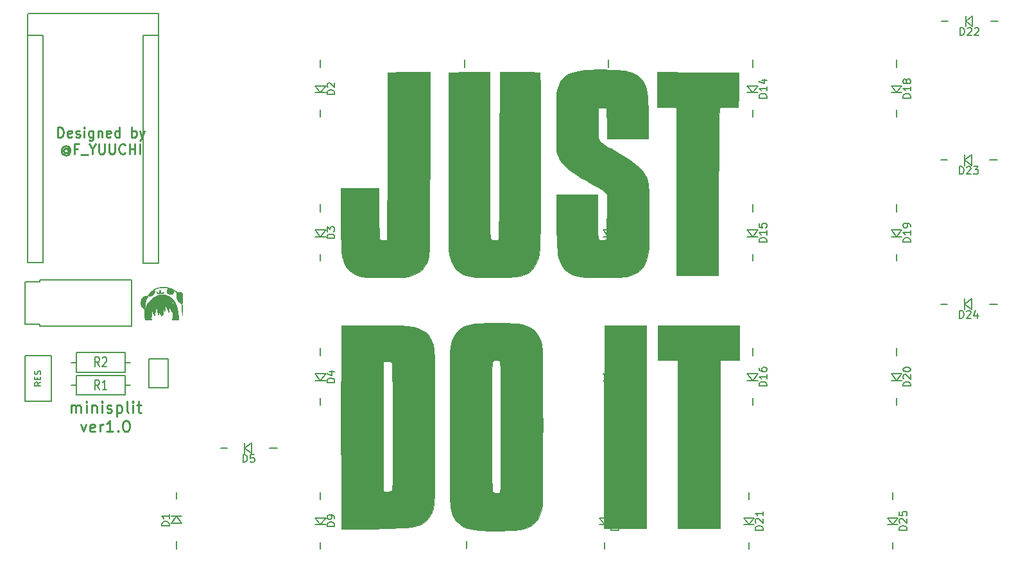
<source format=gto>
G04 #@! TF.FileFunction,Legend,Top*
%FSLAX46Y46*%
G04 Gerber Fmt 4.6, Leading zero omitted, Abs format (unit mm)*
G04 Created by KiCad (PCBNEW 4.0.7) date *
%MOMM*%
%LPD*%
G01*
G04 APERTURE LIST*
%ADD10C,0.100000*%
%ADD11C,0.250000*%
%ADD12C,0.150000*%
%ADD13C,0.010000*%
G04 APERTURE END LIST*
D10*
D11*
X104366668Y-71488095D02*
X104366668Y-70188095D01*
X104676192Y-70188095D01*
X104861906Y-70250000D01*
X104985715Y-70373810D01*
X105047620Y-70497619D01*
X105109525Y-70745238D01*
X105109525Y-70930952D01*
X105047620Y-71178571D01*
X104985715Y-71302381D01*
X104861906Y-71426190D01*
X104676192Y-71488095D01*
X104366668Y-71488095D01*
X106161906Y-71426190D02*
X106038096Y-71488095D01*
X105790477Y-71488095D01*
X105666668Y-71426190D01*
X105604763Y-71302381D01*
X105604763Y-70807143D01*
X105666668Y-70683333D01*
X105790477Y-70621429D01*
X106038096Y-70621429D01*
X106161906Y-70683333D01*
X106223811Y-70807143D01*
X106223811Y-70930952D01*
X105604763Y-71054762D01*
X106719049Y-71426190D02*
X106842859Y-71488095D01*
X107090478Y-71488095D01*
X107214287Y-71426190D01*
X107276192Y-71302381D01*
X107276192Y-71240476D01*
X107214287Y-71116667D01*
X107090478Y-71054762D01*
X106904763Y-71054762D01*
X106780954Y-70992857D01*
X106719049Y-70869048D01*
X106719049Y-70807143D01*
X106780954Y-70683333D01*
X106904763Y-70621429D01*
X107090478Y-70621429D01*
X107214287Y-70683333D01*
X107833335Y-71488095D02*
X107833335Y-70621429D01*
X107833335Y-70188095D02*
X107771430Y-70250000D01*
X107833335Y-70311905D01*
X107895240Y-70250000D01*
X107833335Y-70188095D01*
X107833335Y-70311905D01*
X109009526Y-70621429D02*
X109009526Y-71673810D01*
X108947621Y-71797619D01*
X108885716Y-71859524D01*
X108761907Y-71921429D01*
X108576192Y-71921429D01*
X108452383Y-71859524D01*
X109009526Y-71426190D02*
X108885716Y-71488095D01*
X108638097Y-71488095D01*
X108514288Y-71426190D01*
X108452383Y-71364286D01*
X108390478Y-71240476D01*
X108390478Y-70869048D01*
X108452383Y-70745238D01*
X108514288Y-70683333D01*
X108638097Y-70621429D01*
X108885716Y-70621429D01*
X109009526Y-70683333D01*
X109628573Y-70621429D02*
X109628573Y-71488095D01*
X109628573Y-70745238D02*
X109690478Y-70683333D01*
X109814287Y-70621429D01*
X110000001Y-70621429D01*
X110123811Y-70683333D01*
X110185716Y-70807143D01*
X110185716Y-71488095D01*
X111300001Y-71426190D02*
X111176191Y-71488095D01*
X110928572Y-71488095D01*
X110804763Y-71426190D01*
X110742858Y-71302381D01*
X110742858Y-70807143D01*
X110804763Y-70683333D01*
X110928572Y-70621429D01*
X111176191Y-70621429D01*
X111300001Y-70683333D01*
X111361906Y-70807143D01*
X111361906Y-70930952D01*
X110742858Y-71054762D01*
X112476192Y-71488095D02*
X112476192Y-70188095D01*
X112476192Y-71426190D02*
X112352382Y-71488095D01*
X112104763Y-71488095D01*
X111980954Y-71426190D01*
X111919049Y-71364286D01*
X111857144Y-71240476D01*
X111857144Y-70869048D01*
X111919049Y-70745238D01*
X111980954Y-70683333D01*
X112104763Y-70621429D01*
X112352382Y-70621429D01*
X112476192Y-70683333D01*
X114085715Y-71488095D02*
X114085715Y-70188095D01*
X114085715Y-70683333D02*
X114209524Y-70621429D01*
X114457143Y-70621429D01*
X114580953Y-70683333D01*
X114642858Y-70745238D01*
X114704762Y-70869048D01*
X114704762Y-71240476D01*
X114642858Y-71364286D01*
X114580953Y-71426190D01*
X114457143Y-71488095D01*
X114209524Y-71488095D01*
X114085715Y-71426190D01*
X115138095Y-70621429D02*
X115447619Y-71488095D01*
X115757143Y-70621429D02*
X115447619Y-71488095D01*
X115323810Y-71797619D01*
X115261905Y-71859524D01*
X115138095Y-71921429D01*
X105666666Y-73069048D02*
X105604761Y-73007143D01*
X105480951Y-72945238D01*
X105357142Y-72945238D01*
X105233332Y-73007143D01*
X105171428Y-73069048D01*
X105109523Y-73192857D01*
X105109523Y-73316667D01*
X105171428Y-73440476D01*
X105233332Y-73502381D01*
X105357142Y-73564286D01*
X105480951Y-73564286D01*
X105604761Y-73502381D01*
X105666666Y-73440476D01*
X105666666Y-72945238D02*
X105666666Y-73440476D01*
X105728570Y-73502381D01*
X105790475Y-73502381D01*
X105914285Y-73440476D01*
X105976190Y-73316667D01*
X105976190Y-73007143D01*
X105852380Y-72821429D01*
X105666666Y-72697619D01*
X105419047Y-72635714D01*
X105171428Y-72697619D01*
X104985713Y-72821429D01*
X104861904Y-73007143D01*
X104799999Y-73254762D01*
X104861904Y-73502381D01*
X104985713Y-73688095D01*
X105171428Y-73811905D01*
X105419047Y-73873810D01*
X105666666Y-73811905D01*
X105852380Y-73688095D01*
X106966666Y-73007143D02*
X106533333Y-73007143D01*
X106533333Y-73688095D02*
X106533333Y-72388095D01*
X107152380Y-72388095D01*
X107338095Y-73811905D02*
X108328571Y-73811905D01*
X108885714Y-73069048D02*
X108885714Y-73688095D01*
X108452381Y-72388095D02*
X108885714Y-73069048D01*
X109319047Y-72388095D01*
X109752381Y-72388095D02*
X109752381Y-73440476D01*
X109814286Y-73564286D01*
X109876190Y-73626190D01*
X110000000Y-73688095D01*
X110247619Y-73688095D01*
X110371428Y-73626190D01*
X110433333Y-73564286D01*
X110495238Y-73440476D01*
X110495238Y-72388095D01*
X111114286Y-72388095D02*
X111114286Y-73440476D01*
X111176191Y-73564286D01*
X111238095Y-73626190D01*
X111361905Y-73688095D01*
X111609524Y-73688095D01*
X111733333Y-73626190D01*
X111795238Y-73564286D01*
X111857143Y-73440476D01*
X111857143Y-72388095D01*
X113219048Y-73564286D02*
X113157143Y-73626190D01*
X112971429Y-73688095D01*
X112847619Y-73688095D01*
X112661905Y-73626190D01*
X112538096Y-73502381D01*
X112476191Y-73378571D01*
X112414286Y-73130952D01*
X112414286Y-72945238D01*
X112476191Y-72697619D01*
X112538096Y-72573810D01*
X112661905Y-72450000D01*
X112847619Y-72388095D01*
X112971429Y-72388095D01*
X113157143Y-72450000D01*
X113219048Y-72511905D01*
X113776191Y-73688095D02*
X113776191Y-72388095D01*
X113776191Y-73007143D02*
X114519048Y-73007143D01*
X114519048Y-73688095D02*
X114519048Y-72388095D01*
X115138096Y-73688095D02*
X115138096Y-72388095D01*
X106100000Y-107828571D02*
X106100000Y-106828571D01*
X106100000Y-106971429D02*
X106171428Y-106900000D01*
X106314286Y-106828571D01*
X106528571Y-106828571D01*
X106671428Y-106900000D01*
X106742857Y-107042857D01*
X106742857Y-107828571D01*
X106742857Y-107042857D02*
X106814286Y-106900000D01*
X106957143Y-106828571D01*
X107171428Y-106828571D01*
X107314286Y-106900000D01*
X107385714Y-107042857D01*
X107385714Y-107828571D01*
X108100000Y-107828571D02*
X108100000Y-106828571D01*
X108100000Y-106328571D02*
X108028571Y-106400000D01*
X108100000Y-106471429D01*
X108171428Y-106400000D01*
X108100000Y-106328571D01*
X108100000Y-106471429D01*
X108814286Y-106828571D02*
X108814286Y-107828571D01*
X108814286Y-106971429D02*
X108885714Y-106900000D01*
X109028572Y-106828571D01*
X109242857Y-106828571D01*
X109385714Y-106900000D01*
X109457143Y-107042857D01*
X109457143Y-107828571D01*
X110171429Y-107828571D02*
X110171429Y-106828571D01*
X110171429Y-106328571D02*
X110100000Y-106400000D01*
X110171429Y-106471429D01*
X110242857Y-106400000D01*
X110171429Y-106328571D01*
X110171429Y-106471429D01*
X110814286Y-107757143D02*
X110957143Y-107828571D01*
X111242858Y-107828571D01*
X111385715Y-107757143D01*
X111457143Y-107614286D01*
X111457143Y-107542857D01*
X111385715Y-107400000D01*
X111242858Y-107328571D01*
X111028572Y-107328571D01*
X110885715Y-107257143D01*
X110814286Y-107114286D01*
X110814286Y-107042857D01*
X110885715Y-106900000D01*
X111028572Y-106828571D01*
X111242858Y-106828571D01*
X111385715Y-106900000D01*
X112100001Y-106828571D02*
X112100001Y-108328571D01*
X112100001Y-106900000D02*
X112242858Y-106828571D01*
X112528572Y-106828571D01*
X112671429Y-106900000D01*
X112742858Y-106971429D01*
X112814287Y-107114286D01*
X112814287Y-107542857D01*
X112742858Y-107685714D01*
X112671429Y-107757143D01*
X112528572Y-107828571D01*
X112242858Y-107828571D01*
X112100001Y-107757143D01*
X113671430Y-107828571D02*
X113528572Y-107757143D01*
X113457144Y-107614286D01*
X113457144Y-106328571D01*
X114242858Y-107828571D02*
X114242858Y-106828571D01*
X114242858Y-106328571D02*
X114171429Y-106400000D01*
X114242858Y-106471429D01*
X114314286Y-106400000D01*
X114242858Y-106328571D01*
X114242858Y-106471429D01*
X114742858Y-106828571D02*
X115314287Y-106828571D01*
X114957144Y-106328571D02*
X114957144Y-107614286D01*
X115028572Y-107757143D01*
X115171430Y-107828571D01*
X115314287Y-107828571D01*
X107350001Y-109328571D02*
X107707144Y-110328571D01*
X108064286Y-109328571D01*
X109207143Y-110257143D02*
X109064286Y-110328571D01*
X108778572Y-110328571D01*
X108635715Y-110257143D01*
X108564286Y-110114286D01*
X108564286Y-109542857D01*
X108635715Y-109400000D01*
X108778572Y-109328571D01*
X109064286Y-109328571D01*
X109207143Y-109400000D01*
X109278572Y-109542857D01*
X109278572Y-109685714D01*
X108564286Y-109828571D01*
X109921429Y-110328571D02*
X109921429Y-109328571D01*
X109921429Y-109614286D02*
X109992857Y-109471429D01*
X110064286Y-109400000D01*
X110207143Y-109328571D01*
X110350000Y-109328571D01*
X111635714Y-110328571D02*
X110778571Y-110328571D01*
X111207143Y-110328571D02*
X111207143Y-108828571D01*
X111064286Y-109042857D01*
X110921428Y-109185714D01*
X110778571Y-109257143D01*
X112278571Y-110185714D02*
X112349999Y-110257143D01*
X112278571Y-110328571D01*
X112207142Y-110257143D01*
X112278571Y-110185714D01*
X112278571Y-110328571D01*
X113278571Y-108828571D02*
X113421428Y-108828571D01*
X113564285Y-108900000D01*
X113635714Y-108971429D01*
X113707143Y-109114286D01*
X113778571Y-109400000D01*
X113778571Y-109757143D01*
X113707143Y-110042857D01*
X113635714Y-110185714D01*
X113564285Y-110257143D01*
X113421428Y-110328571D01*
X113278571Y-110328571D01*
X113135714Y-110257143D01*
X113064285Y-110185714D01*
X112992857Y-110042857D01*
X112921428Y-109757143D01*
X112921428Y-109400000D01*
X112992857Y-109114286D01*
X113064285Y-108971429D01*
X113135714Y-108900000D01*
X113278571Y-108828571D01*
D12*
X116330000Y-104505000D02*
X118870000Y-104505000D01*
X118870000Y-104505000D02*
X118870000Y-100695000D01*
X118870000Y-100695000D02*
X116330000Y-100695000D01*
X116330000Y-100695000D02*
X116330000Y-104505000D01*
X102000000Y-90550000D02*
X100000000Y-90550000D01*
X102000000Y-90300000D02*
X102000000Y-90550000D01*
X114100000Y-90300000D02*
X102000000Y-90300000D01*
X100000000Y-96100000D02*
X100000000Y-90550000D01*
X102000000Y-96150000D02*
X100000000Y-96150000D01*
X102000000Y-96400000D02*
X102000000Y-96150000D01*
X114100000Y-96400000D02*
X102000000Y-96400000D01*
X114100000Y-90300000D02*
X114100000Y-96400000D01*
X103500000Y-100300000D02*
X100000000Y-100300000D01*
X103500000Y-106300000D02*
X103500000Y-100300000D01*
X100000000Y-106300000D02*
X103500000Y-106300000D01*
X100000000Y-100300000D02*
X100000000Y-106300000D01*
X106800000Y-104200000D02*
X106100000Y-104200000D01*
X113200000Y-104200000D02*
X113900000Y-104200000D01*
X113200000Y-105500000D02*
X106800000Y-105500000D01*
X113200000Y-102900000D02*
X113200000Y-105500000D01*
X106800000Y-102900000D02*
X113200000Y-102900000D01*
X106800000Y-105500000D02*
X106800000Y-102900000D01*
X106800000Y-101200000D02*
X106100000Y-101200000D01*
X113200000Y-101200000D02*
X113900000Y-101200000D01*
X113200000Y-102500000D02*
X106800000Y-102500000D01*
X113200000Y-99900000D02*
X113200000Y-102500000D01*
X106800000Y-99900000D02*
X113200000Y-99900000D01*
X106800000Y-102500000D02*
X106800000Y-99900000D01*
X117600000Y-58100000D02*
X117600000Y-55200000D01*
X100400000Y-55200000D02*
X117600000Y-55200000D01*
X100380000Y-57970000D02*
X100380000Y-55220000D01*
X115620000Y-58090000D02*
X117620000Y-58090000D01*
X115620000Y-58090000D02*
X115620000Y-88090000D01*
X115620000Y-88090000D02*
X117620000Y-88090000D01*
X117620000Y-88090000D02*
X117620000Y-58090000D01*
X102380000Y-88030000D02*
X102380000Y-58030000D01*
X100380000Y-88030000D02*
X102380000Y-88030000D01*
X100380000Y-58030000D02*
X100380000Y-88030000D01*
X100380000Y-58030000D02*
X102380000Y-58030000D01*
D13*
G36*
X163021301Y-96014333D02*
X163652053Y-96019192D01*
X164156358Y-96028164D01*
X164555652Y-96042229D01*
X164871373Y-96062366D01*
X165124956Y-96089557D01*
X165337839Y-96124781D01*
X165502333Y-96161653D01*
X166249172Y-96394917D01*
X166851858Y-96695883D01*
X167328028Y-97082272D01*
X167695316Y-97571803D01*
X167971361Y-98182198D01*
X168150347Y-98822322D01*
X168172355Y-98931055D01*
X168192051Y-99055407D01*
X168209562Y-99204811D01*
X168225014Y-99388703D01*
X168238536Y-99616515D01*
X168250253Y-99897681D01*
X168260292Y-100241636D01*
X168268780Y-100657813D01*
X168275845Y-101155646D01*
X168281612Y-101744568D01*
X168286210Y-102434015D01*
X168289764Y-103233419D01*
X168292401Y-104152214D01*
X168294249Y-105199835D01*
X168295433Y-106385715D01*
X168296082Y-107719287D01*
X168296322Y-109209987D01*
X168296333Y-109679334D01*
X168296206Y-111215307D01*
X168295737Y-112591414D01*
X168294795Y-113817124D01*
X168293249Y-114901902D01*
X168290968Y-115855217D01*
X168287821Y-116686535D01*
X168283677Y-117405325D01*
X168278405Y-118021053D01*
X168271874Y-118543188D01*
X168263952Y-118981196D01*
X168254510Y-119344544D01*
X168243415Y-119642702D01*
X168230537Y-119885134D01*
X168215744Y-120081310D01*
X168198906Y-120240697D01*
X168179892Y-120372761D01*
X168158570Y-120486971D01*
X168145940Y-120545041D01*
X167931130Y-121272090D01*
X167645275Y-121858536D01*
X167280168Y-122321021D01*
X167260425Y-122340469D01*
X166954696Y-122601737D01*
X166610695Y-122818690D01*
X166211585Y-122994673D01*
X165740535Y-123133029D01*
X165180709Y-123237103D01*
X164515273Y-123310239D01*
X163727394Y-123355780D01*
X162800239Y-123377070D01*
X162031000Y-123379238D01*
X161461662Y-123375918D01*
X160939208Y-123370450D01*
X160490821Y-123363314D01*
X160143685Y-123354987D01*
X159924983Y-123345947D01*
X159872000Y-123341267D01*
X159301397Y-123254592D01*
X158865233Y-123179495D01*
X158529736Y-123108122D01*
X158261130Y-123032617D01*
X158025642Y-122945125D01*
X157868098Y-122875198D01*
X157297773Y-122520765D01*
X156833080Y-122049169D01*
X156496564Y-121485424D01*
X156407946Y-121255152D01*
X156350408Y-121078278D01*
X156298853Y-120907678D01*
X156252955Y-120733535D01*
X156212387Y-120546034D01*
X156176823Y-120335357D01*
X156145935Y-120091688D01*
X156119397Y-119805212D01*
X156096882Y-119466111D01*
X156078064Y-119064570D01*
X156062616Y-118590771D01*
X156050211Y-118034899D01*
X156040523Y-117387137D01*
X156033224Y-116637669D01*
X156027988Y-115776678D01*
X156024489Y-114794349D01*
X156022400Y-113680864D01*
X156021394Y-112426407D01*
X156021144Y-111021162D01*
X156021293Y-109637000D01*
X156021300Y-109613355D01*
X161565333Y-109613355D01*
X161566200Y-111228590D01*
X161568806Y-112675045D01*
X161573154Y-113953266D01*
X161579252Y-115063798D01*
X161587105Y-116007186D01*
X161596717Y-116783975D01*
X161608096Y-117394711D01*
X161621246Y-117839938D01*
X161636172Y-118120202D01*
X161652881Y-118236048D01*
X161652979Y-118236233D01*
X161785758Y-118337847D01*
X162013691Y-118397029D01*
X162277473Y-118412087D01*
X162517801Y-118381330D01*
X162675371Y-118303067D01*
X162699275Y-118266075D01*
X162706429Y-118164361D01*
X162713287Y-117904836D01*
X162719782Y-117499023D01*
X162725844Y-116958445D01*
X162731407Y-116294625D01*
X162736401Y-115519084D01*
X162740758Y-114643346D01*
X162744410Y-113678933D01*
X162747289Y-112637368D01*
X162749326Y-111530174D01*
X162750454Y-110368873D01*
X162750667Y-109590721D01*
X162750599Y-108200295D01*
X162750272Y-106969373D01*
X162749499Y-105888125D01*
X162748094Y-104946721D01*
X162745869Y-104135333D01*
X162742639Y-103444130D01*
X162738217Y-102863284D01*
X162732416Y-102382964D01*
X162725050Y-101993341D01*
X162715932Y-101684586D01*
X162704875Y-101446868D01*
X162691694Y-101270359D01*
X162676201Y-101145229D01*
X162658210Y-101061648D01*
X162637535Y-101009787D01*
X162613988Y-100979816D01*
X162587384Y-100961906D01*
X162586899Y-100961646D01*
X162317626Y-100884143D01*
X162017647Y-100891307D01*
X161767830Y-100978240D01*
X161720167Y-101014122D01*
X161694819Y-101042769D01*
X161672394Y-101086691D01*
X161652714Y-101155810D01*
X161635600Y-101260046D01*
X161620874Y-101409321D01*
X161608356Y-101613556D01*
X161597868Y-101882672D01*
X161589232Y-102226591D01*
X161582269Y-102655233D01*
X161576799Y-103178520D01*
X161572646Y-103806373D01*
X161569629Y-104548713D01*
X161567571Y-105415461D01*
X161566292Y-106416539D01*
X161565614Y-107561867D01*
X161565358Y-108861367D01*
X161565333Y-109613355D01*
X156021300Y-109613355D01*
X156021743Y-108125604D01*
X156022646Y-106773811D01*
X156024133Y-105571892D01*
X156026333Y-104510117D01*
X156029377Y-103578757D01*
X156033395Y-102768082D01*
X156038516Y-102068361D01*
X156044871Y-101469867D01*
X156052589Y-100962869D01*
X156061801Y-100537637D01*
X156072636Y-100184442D01*
X156085225Y-99893555D01*
X156099698Y-99655244D01*
X156116184Y-99459782D01*
X156134813Y-99297439D01*
X156155717Y-99158484D01*
X156161763Y-99123738D01*
X156350576Y-98327910D01*
X156614682Y-97675045D01*
X156968451Y-97150114D01*
X157426255Y-96738083D01*
X158002465Y-96423923D01*
X158711454Y-96192602D01*
X159033340Y-96120325D01*
X159299023Y-96083362D01*
X159693896Y-96054469D01*
X160226807Y-96033347D01*
X160906605Y-96019700D01*
X161742139Y-96013231D01*
X162242667Y-96012606D01*
X163021301Y-96014333D01*
X163021301Y-96014333D01*
G37*
X163021301Y-96014333D02*
X163652053Y-96019192D01*
X164156358Y-96028164D01*
X164555652Y-96042229D01*
X164871373Y-96062366D01*
X165124956Y-96089557D01*
X165337839Y-96124781D01*
X165502333Y-96161653D01*
X166249172Y-96394917D01*
X166851858Y-96695883D01*
X167328028Y-97082272D01*
X167695316Y-97571803D01*
X167971361Y-98182198D01*
X168150347Y-98822322D01*
X168172355Y-98931055D01*
X168192051Y-99055407D01*
X168209562Y-99204811D01*
X168225014Y-99388703D01*
X168238536Y-99616515D01*
X168250253Y-99897681D01*
X168260292Y-100241636D01*
X168268780Y-100657813D01*
X168275845Y-101155646D01*
X168281612Y-101744568D01*
X168286210Y-102434015D01*
X168289764Y-103233419D01*
X168292401Y-104152214D01*
X168294249Y-105199835D01*
X168295433Y-106385715D01*
X168296082Y-107719287D01*
X168296322Y-109209987D01*
X168296333Y-109679334D01*
X168296206Y-111215307D01*
X168295737Y-112591414D01*
X168294795Y-113817124D01*
X168293249Y-114901902D01*
X168290968Y-115855217D01*
X168287821Y-116686535D01*
X168283677Y-117405325D01*
X168278405Y-118021053D01*
X168271874Y-118543188D01*
X168263952Y-118981196D01*
X168254510Y-119344544D01*
X168243415Y-119642702D01*
X168230537Y-119885134D01*
X168215744Y-120081310D01*
X168198906Y-120240697D01*
X168179892Y-120372761D01*
X168158570Y-120486971D01*
X168145940Y-120545041D01*
X167931130Y-121272090D01*
X167645275Y-121858536D01*
X167280168Y-122321021D01*
X167260425Y-122340469D01*
X166954696Y-122601737D01*
X166610695Y-122818690D01*
X166211585Y-122994673D01*
X165740535Y-123133029D01*
X165180709Y-123237103D01*
X164515273Y-123310239D01*
X163727394Y-123355780D01*
X162800239Y-123377070D01*
X162031000Y-123379238D01*
X161461662Y-123375918D01*
X160939208Y-123370450D01*
X160490821Y-123363314D01*
X160143685Y-123354987D01*
X159924983Y-123345947D01*
X159872000Y-123341267D01*
X159301397Y-123254592D01*
X158865233Y-123179495D01*
X158529736Y-123108122D01*
X158261130Y-123032617D01*
X158025642Y-122945125D01*
X157868098Y-122875198D01*
X157297773Y-122520765D01*
X156833080Y-122049169D01*
X156496564Y-121485424D01*
X156407946Y-121255152D01*
X156350408Y-121078278D01*
X156298853Y-120907678D01*
X156252955Y-120733535D01*
X156212387Y-120546034D01*
X156176823Y-120335357D01*
X156145935Y-120091688D01*
X156119397Y-119805212D01*
X156096882Y-119466111D01*
X156078064Y-119064570D01*
X156062616Y-118590771D01*
X156050211Y-118034899D01*
X156040523Y-117387137D01*
X156033224Y-116637669D01*
X156027988Y-115776678D01*
X156024489Y-114794349D01*
X156022400Y-113680864D01*
X156021394Y-112426407D01*
X156021144Y-111021162D01*
X156021293Y-109637000D01*
X156021300Y-109613355D01*
X161565333Y-109613355D01*
X161566200Y-111228590D01*
X161568806Y-112675045D01*
X161573154Y-113953266D01*
X161579252Y-115063798D01*
X161587105Y-116007186D01*
X161596717Y-116783975D01*
X161608096Y-117394711D01*
X161621246Y-117839938D01*
X161636172Y-118120202D01*
X161652881Y-118236048D01*
X161652979Y-118236233D01*
X161785758Y-118337847D01*
X162013691Y-118397029D01*
X162277473Y-118412087D01*
X162517801Y-118381330D01*
X162675371Y-118303067D01*
X162699275Y-118266075D01*
X162706429Y-118164361D01*
X162713287Y-117904836D01*
X162719782Y-117499023D01*
X162725844Y-116958445D01*
X162731407Y-116294625D01*
X162736401Y-115519084D01*
X162740758Y-114643346D01*
X162744410Y-113678933D01*
X162747289Y-112637368D01*
X162749326Y-111530174D01*
X162750454Y-110368873D01*
X162750667Y-109590721D01*
X162750599Y-108200295D01*
X162750272Y-106969373D01*
X162749499Y-105888125D01*
X162748094Y-104946721D01*
X162745869Y-104135333D01*
X162742639Y-103444130D01*
X162738217Y-102863284D01*
X162732416Y-102382964D01*
X162725050Y-101993341D01*
X162715932Y-101684586D01*
X162704875Y-101446868D01*
X162691694Y-101270359D01*
X162676201Y-101145229D01*
X162658210Y-101061648D01*
X162637535Y-101009787D01*
X162613988Y-100979816D01*
X162587384Y-100961906D01*
X162586899Y-100961646D01*
X162317626Y-100884143D01*
X162017647Y-100891307D01*
X161767830Y-100978240D01*
X161720167Y-101014122D01*
X161694819Y-101042769D01*
X161672394Y-101086691D01*
X161652714Y-101155810D01*
X161635600Y-101260046D01*
X161620874Y-101409321D01*
X161608356Y-101613556D01*
X161597868Y-101882672D01*
X161589232Y-102226591D01*
X161582269Y-102655233D01*
X161576799Y-103178520D01*
X161572646Y-103806373D01*
X161569629Y-104548713D01*
X161567571Y-105415461D01*
X161566292Y-106416539D01*
X161565614Y-107561867D01*
X161565358Y-108861367D01*
X161565333Y-109613355D01*
X156021300Y-109613355D01*
X156021743Y-108125604D01*
X156022646Y-106773811D01*
X156024133Y-105571892D01*
X156026333Y-104510117D01*
X156029377Y-103578757D01*
X156033395Y-102768082D01*
X156038516Y-102068361D01*
X156044871Y-101469867D01*
X156052589Y-100962869D01*
X156061801Y-100537637D01*
X156072636Y-100184442D01*
X156085225Y-99893555D01*
X156099698Y-99655244D01*
X156116184Y-99459782D01*
X156134813Y-99297439D01*
X156155717Y-99158484D01*
X156161763Y-99123738D01*
X156350576Y-98327910D01*
X156614682Y-97675045D01*
X156968451Y-97150114D01*
X157426255Y-96738083D01*
X158002465Y-96423923D01*
X158711454Y-96192602D01*
X159033340Y-96120325D01*
X159299023Y-96083362D01*
X159693896Y-96054469D01*
X160226807Y-96033347D01*
X160906605Y-96019700D01*
X161742139Y-96013231D01*
X162242667Y-96012606D01*
X163021301Y-96014333D01*
G36*
X145640626Y-96304185D02*
X146467043Y-96306386D01*
X147269222Y-96311800D01*
X148025382Y-96320049D01*
X148713739Y-96330755D01*
X149312512Y-96343543D01*
X149799919Y-96358036D01*
X150154177Y-96373856D01*
X150304667Y-96384861D01*
X151205799Y-96523024D01*
X151974258Y-96750599D01*
X152623702Y-97071785D01*
X152701557Y-97121592D01*
X152978950Y-97324511D01*
X153183778Y-97537144D01*
X153365889Y-97817843D01*
X153479418Y-98032213D01*
X153566785Y-98203956D01*
X153645074Y-98362591D01*
X153714783Y-98517878D01*
X153776411Y-98679577D01*
X153830459Y-98857450D01*
X153877424Y-99061256D01*
X153917807Y-99300757D01*
X153952106Y-99585714D01*
X153980821Y-99925886D01*
X154004451Y-100331035D01*
X154023496Y-100810922D01*
X154038454Y-101375306D01*
X154049825Y-102033948D01*
X154058108Y-102796610D01*
X154063802Y-103673052D01*
X154067407Y-104673035D01*
X154069421Y-105806319D01*
X154070344Y-107082664D01*
X154070676Y-108511833D01*
X154070821Y-109594667D01*
X154071005Y-111141027D01*
X154070755Y-112527775D01*
X154069650Y-113764634D01*
X154067267Y-114861326D01*
X154063181Y-115827573D01*
X154056971Y-116673096D01*
X154048213Y-117407617D01*
X154036484Y-118040860D01*
X154021361Y-118582545D01*
X154002422Y-119042395D01*
X153979242Y-119430131D01*
X153951400Y-119755476D01*
X153918472Y-120028152D01*
X153880034Y-120257881D01*
X153835665Y-120454384D01*
X153784940Y-120627383D01*
X153727438Y-120786602D01*
X153662734Y-120941761D01*
X153590406Y-121102583D01*
X153567945Y-121151667D01*
X153203745Y-121762695D01*
X152729905Y-122245386D01*
X152272766Y-122538073D01*
X151940825Y-122670575D01*
X151495358Y-122785348D01*
X150929576Y-122882907D01*
X150236691Y-122963768D01*
X149409913Y-123028447D01*
X148442455Y-123077459D01*
X147327529Y-123111321D01*
X146058345Y-123130547D01*
X144628116Y-123135655D01*
X144412949Y-123135268D01*
X141780898Y-123128941D01*
X141722542Y-115362228D01*
X141714020Y-114058084D01*
X141707354Y-112678612D01*
X141702542Y-111250433D01*
X141699584Y-109800167D01*
X141698482Y-108354437D01*
X141699234Y-106939864D01*
X141701841Y-105583069D01*
X141706303Y-104310673D01*
X141712619Y-103149298D01*
X141720790Y-102125566D01*
X141722552Y-101948757D01*
X141731910Y-101043334D01*
X147256667Y-101043334D01*
X147256667Y-109622889D01*
X147257157Y-110813790D01*
X147258582Y-111956664D01*
X147260877Y-113040164D01*
X147263975Y-114052939D01*
X147267807Y-114983639D01*
X147272309Y-115820916D01*
X147277413Y-116553421D01*
X147283053Y-117169803D01*
X147289161Y-117658714D01*
X147295671Y-118008805D01*
X147302517Y-118208725D01*
X147307390Y-118253169D01*
X147417747Y-118274908D01*
X147639693Y-118270264D01*
X147918211Y-118243105D01*
X148198281Y-118197300D01*
X148245418Y-118187194D01*
X148359607Y-118132748D01*
X148427518Y-118004769D01*
X148470117Y-117759177D01*
X148476470Y-117701413D01*
X148483004Y-117553454D01*
X148488860Y-117248716D01*
X148493996Y-116799749D01*
X148498372Y-116219108D01*
X148501946Y-115519343D01*
X148504680Y-114713008D01*
X148506531Y-113812655D01*
X148507460Y-112830835D01*
X148507426Y-111780102D01*
X148506387Y-110673007D01*
X148504305Y-109522104D01*
X148503718Y-109270340D01*
X148500382Y-107928320D01*
X148497140Y-106745420D01*
X148493758Y-105711424D01*
X148490006Y-104816121D01*
X148485652Y-104049296D01*
X148480464Y-103400735D01*
X148474212Y-102860225D01*
X148466663Y-102417552D01*
X148457587Y-102062502D01*
X148446751Y-101784861D01*
X148433924Y-101574416D01*
X148418874Y-101420953D01*
X148401371Y-101314258D01*
X148381183Y-101244117D01*
X148358078Y-101200318D01*
X148331824Y-101172645D01*
X148319984Y-101163507D01*
X148135259Y-101091375D01*
X147854422Y-101048965D01*
X147706151Y-101043334D01*
X147256667Y-101043334D01*
X141731910Y-101043334D01*
X141780918Y-96302000D01*
X145640626Y-96304185D01*
X145640626Y-96304185D01*
G37*
X145640626Y-96304185D02*
X146467043Y-96306386D01*
X147269222Y-96311800D01*
X148025382Y-96320049D01*
X148713739Y-96330755D01*
X149312512Y-96343543D01*
X149799919Y-96358036D01*
X150154177Y-96373856D01*
X150304667Y-96384861D01*
X151205799Y-96523024D01*
X151974258Y-96750599D01*
X152623702Y-97071785D01*
X152701557Y-97121592D01*
X152978950Y-97324511D01*
X153183778Y-97537144D01*
X153365889Y-97817843D01*
X153479418Y-98032213D01*
X153566785Y-98203956D01*
X153645074Y-98362591D01*
X153714783Y-98517878D01*
X153776411Y-98679577D01*
X153830459Y-98857450D01*
X153877424Y-99061256D01*
X153917807Y-99300757D01*
X153952106Y-99585714D01*
X153980821Y-99925886D01*
X154004451Y-100331035D01*
X154023496Y-100810922D01*
X154038454Y-101375306D01*
X154049825Y-102033948D01*
X154058108Y-102796610D01*
X154063802Y-103673052D01*
X154067407Y-104673035D01*
X154069421Y-105806319D01*
X154070344Y-107082664D01*
X154070676Y-108511833D01*
X154070821Y-109594667D01*
X154071005Y-111141027D01*
X154070755Y-112527775D01*
X154069650Y-113764634D01*
X154067267Y-114861326D01*
X154063181Y-115827573D01*
X154056971Y-116673096D01*
X154048213Y-117407617D01*
X154036484Y-118040860D01*
X154021361Y-118582545D01*
X154002422Y-119042395D01*
X153979242Y-119430131D01*
X153951400Y-119755476D01*
X153918472Y-120028152D01*
X153880034Y-120257881D01*
X153835665Y-120454384D01*
X153784940Y-120627383D01*
X153727438Y-120786602D01*
X153662734Y-120941761D01*
X153590406Y-121102583D01*
X153567945Y-121151667D01*
X153203745Y-121762695D01*
X152729905Y-122245386D01*
X152272766Y-122538073D01*
X151940825Y-122670575D01*
X151495358Y-122785348D01*
X150929576Y-122882907D01*
X150236691Y-122963768D01*
X149409913Y-123028447D01*
X148442455Y-123077459D01*
X147327529Y-123111321D01*
X146058345Y-123130547D01*
X144628116Y-123135655D01*
X144412949Y-123135268D01*
X141780898Y-123128941D01*
X141722542Y-115362228D01*
X141714020Y-114058084D01*
X141707354Y-112678612D01*
X141702542Y-111250433D01*
X141699584Y-109800167D01*
X141698482Y-108354437D01*
X141699234Y-106939864D01*
X141701841Y-105583069D01*
X141706303Y-104310673D01*
X141712619Y-103149298D01*
X141720790Y-102125566D01*
X141722552Y-101948757D01*
X141731910Y-101043334D01*
X147256667Y-101043334D01*
X147256667Y-109622889D01*
X147257157Y-110813790D01*
X147258582Y-111956664D01*
X147260877Y-113040164D01*
X147263975Y-114052939D01*
X147267807Y-114983639D01*
X147272309Y-115820916D01*
X147277413Y-116553421D01*
X147283053Y-117169803D01*
X147289161Y-117658714D01*
X147295671Y-118008805D01*
X147302517Y-118208725D01*
X147307390Y-118253169D01*
X147417747Y-118274908D01*
X147639693Y-118270264D01*
X147918211Y-118243105D01*
X148198281Y-118197300D01*
X148245418Y-118187194D01*
X148359607Y-118132748D01*
X148427518Y-118004769D01*
X148470117Y-117759177D01*
X148476470Y-117701413D01*
X148483004Y-117553454D01*
X148488860Y-117248716D01*
X148493996Y-116799749D01*
X148498372Y-116219108D01*
X148501946Y-115519343D01*
X148504680Y-114713008D01*
X148506531Y-113812655D01*
X148507460Y-112830835D01*
X148507426Y-111780102D01*
X148506387Y-110673007D01*
X148504305Y-109522104D01*
X148503718Y-109270340D01*
X148500382Y-107928320D01*
X148497140Y-106745420D01*
X148493758Y-105711424D01*
X148490006Y-104816121D01*
X148485652Y-104049296D01*
X148480464Y-103400735D01*
X148474212Y-102860225D01*
X148466663Y-102417552D01*
X148457587Y-102062502D01*
X148446751Y-101784861D01*
X148433924Y-101574416D01*
X148418874Y-101420953D01*
X148401371Y-101314258D01*
X148381183Y-101244117D01*
X148358078Y-101200318D01*
X148331824Y-101172645D01*
X148319984Y-101163507D01*
X148135259Y-101091375D01*
X147854422Y-101048965D01*
X147706151Y-101043334D01*
X147256667Y-101043334D01*
X141731910Y-101043334D01*
X141780918Y-96302000D01*
X145640626Y-96304185D01*
G36*
X181949095Y-109685168D02*
X181927667Y-123070651D01*
X179345333Y-123084826D01*
X178692233Y-123087503D01*
X178087167Y-123088254D01*
X177552751Y-123087188D01*
X177111598Y-123084411D01*
X176786325Y-123080031D01*
X176599544Y-123074154D01*
X176570387Y-123071668D01*
X176377774Y-123044336D01*
X176401053Y-109694335D01*
X176424333Y-96344334D01*
X181970523Y-96299686D01*
X181949095Y-109685168D01*
X181949095Y-109685168D01*
G37*
X181949095Y-109685168D02*
X181927667Y-123070651D01*
X179345333Y-123084826D01*
X178692233Y-123087503D01*
X178087167Y-123088254D01*
X177552751Y-123087188D01*
X177111598Y-123084411D01*
X176786325Y-123080031D01*
X176599544Y-123074154D01*
X176570387Y-123071668D01*
X176377774Y-123044336D01*
X176401053Y-109694335D01*
X176424333Y-96344334D01*
X181970523Y-96299686D01*
X181949095Y-109685168D01*
G36*
X194246667Y-100874000D02*
X191706667Y-100874000D01*
X191698832Y-101106834D01*
X191697760Y-101219041D01*
X191696526Y-101490288D01*
X191695150Y-101910281D01*
X191693652Y-102468726D01*
X191692050Y-103155328D01*
X191690365Y-103959795D01*
X191688616Y-104871832D01*
X191686824Y-105881146D01*
X191685006Y-106977443D01*
X191683184Y-108150428D01*
X191681377Y-109389809D01*
X191679604Y-110685290D01*
X191677886Y-112026580D01*
X191677665Y-112205332D01*
X191664333Y-123070996D01*
X188926791Y-123084998D01*
X188263292Y-123087335D01*
X187655619Y-123087447D01*
X187124048Y-123085488D01*
X186688858Y-123081614D01*
X186370325Y-123075982D01*
X186188729Y-123068746D01*
X186153957Y-123063722D01*
X186149639Y-122976333D01*
X186145473Y-122729562D01*
X186141490Y-122333363D01*
X186137722Y-121797686D01*
X186134200Y-121132484D01*
X186130956Y-120347710D01*
X186128022Y-119453314D01*
X186125429Y-118459250D01*
X186123209Y-117375469D01*
X186121393Y-116211924D01*
X186120013Y-114978566D01*
X186119101Y-113685348D01*
X186118688Y-112342221D01*
X186118667Y-111951222D01*
X186118667Y-100874000D01*
X183494000Y-100874000D01*
X183494000Y-96302000D01*
X194246667Y-96302000D01*
X194246667Y-100874000D01*
X194246667Y-100874000D01*
G37*
X194246667Y-100874000D02*
X191706667Y-100874000D01*
X191698832Y-101106834D01*
X191697760Y-101219041D01*
X191696526Y-101490288D01*
X191695150Y-101910281D01*
X191693652Y-102468726D01*
X191692050Y-103155328D01*
X191690365Y-103959795D01*
X191688616Y-104871832D01*
X191686824Y-105881146D01*
X191685006Y-106977443D01*
X191683184Y-108150428D01*
X191681377Y-109389809D01*
X191679604Y-110685290D01*
X191677886Y-112026580D01*
X191677665Y-112205332D01*
X191664333Y-123070996D01*
X188926791Y-123084998D01*
X188263292Y-123087335D01*
X187655619Y-123087447D01*
X187124048Y-123085488D01*
X186688858Y-123081614D01*
X186370325Y-123075982D01*
X186188729Y-123068746D01*
X186153957Y-123063722D01*
X186149639Y-122976333D01*
X186145473Y-122729562D01*
X186141490Y-122333363D01*
X186137722Y-121797686D01*
X186134200Y-121132484D01*
X186130956Y-120347710D01*
X186128022Y-119453314D01*
X186125429Y-118459250D01*
X186123209Y-117375469D01*
X186121393Y-116211924D01*
X186120013Y-114978566D01*
X186119101Y-113685348D01*
X186118688Y-112342221D01*
X186118667Y-111951222D01*
X186118667Y-100874000D01*
X183494000Y-100874000D01*
X183494000Y-96302000D01*
X194246667Y-96302000D01*
X194246667Y-100874000D01*
G36*
X153395000Y-62901000D02*
X153395000Y-74627334D01*
X153394999Y-76331904D01*
X153394794Y-77875769D01*
X153394076Y-79267557D01*
X153392539Y-80515897D01*
X153389876Y-81629415D01*
X153385780Y-82616741D01*
X153379944Y-83486502D01*
X153372061Y-84247326D01*
X153361825Y-84907842D01*
X153348927Y-85476678D01*
X153333062Y-85962462D01*
X153313923Y-86373821D01*
X153291202Y-86719385D01*
X153264593Y-87007780D01*
X153233789Y-87247636D01*
X153198482Y-87447581D01*
X153158366Y-87616242D01*
X153113134Y-87762247D01*
X153062479Y-87894225D01*
X153006094Y-88020804D01*
X152943673Y-88150612D01*
X152911606Y-88216334D01*
X152619472Y-88715950D01*
X152269450Y-89107648D01*
X151831824Y-89413831D01*
X151276880Y-89656901D01*
X150812667Y-89798828D01*
X150590287Y-89852952D01*
X150357413Y-89895382D01*
X150088490Y-89927900D01*
X149757964Y-89952288D01*
X149340281Y-89970328D01*
X148809888Y-89983802D01*
X148141231Y-89994491D01*
X147976333Y-89996605D01*
X147341953Y-90001513D01*
X146727217Y-90000796D01*
X146163748Y-89994907D01*
X145683174Y-89984298D01*
X145317119Y-89969419D01*
X145140000Y-89956081D01*
X144419719Y-89848955D01*
X143827946Y-89688611D01*
X143328494Y-89461181D01*
X142885173Y-89152801D01*
X142759387Y-89043942D01*
X142487597Y-88757982D01*
X142269870Y-88426084D01*
X142084863Y-88008040D01*
X141911236Y-87463642D01*
X141900779Y-87426315D01*
X141860011Y-87272870D01*
X141825676Y-87119499D01*
X141797090Y-86950275D01*
X141773572Y-86749269D01*
X141754439Y-86500551D01*
X141739007Y-86188195D01*
X141726595Y-85796270D01*
X141716519Y-85308849D01*
X141708096Y-84710003D01*
X141700644Y-83983803D01*
X141693480Y-83114321D01*
X141688766Y-82480167D01*
X141657542Y-78183334D01*
X146658370Y-78183334D01*
X146682352Y-81523513D01*
X146689880Y-82407793D01*
X146698928Y-83136011D01*
X146710010Y-83721435D01*
X146723643Y-84177333D01*
X146740342Y-84516974D01*
X146760622Y-84753626D01*
X146785000Y-84900556D01*
X146813991Y-84971034D01*
X146816437Y-84973680D01*
X146960635Y-85034877D01*
X147197502Y-85068375D01*
X147456447Y-85071795D01*
X147666879Y-85042757D01*
X147744589Y-85004970D01*
X147752431Y-84914176D01*
X147760301Y-84664098D01*
X147768124Y-84264785D01*
X147775822Y-83726289D01*
X147783321Y-83058659D01*
X147790544Y-82271943D01*
X147797417Y-81376193D01*
X147803862Y-80381457D01*
X147809804Y-79297786D01*
X147815168Y-78135228D01*
X147819877Y-76903835D01*
X147823856Y-75613655D01*
X147827029Y-74274738D01*
X147827551Y-74006448D01*
X147830333Y-72658617D01*
X147833505Y-71357219D01*
X147837019Y-70112333D01*
X147840825Y-68934038D01*
X147844876Y-67832413D01*
X147849121Y-66817537D01*
X147853512Y-65899490D01*
X147858001Y-65088351D01*
X147862538Y-64394199D01*
X147867074Y-63827113D01*
X147871561Y-63397172D01*
X147875950Y-63114456D01*
X147880192Y-62989044D01*
X147880991Y-62983791D01*
X147976212Y-62956873D01*
X148237230Y-62934955D01*
X148660580Y-62918145D01*
X149242797Y-62906547D01*
X149980416Y-62900267D01*
X150654440Y-62899125D01*
X153395000Y-62901000D01*
X153395000Y-62901000D01*
G37*
X153395000Y-62901000D02*
X153395000Y-74627334D01*
X153394999Y-76331904D01*
X153394794Y-77875769D01*
X153394076Y-79267557D01*
X153392539Y-80515897D01*
X153389876Y-81629415D01*
X153385780Y-82616741D01*
X153379944Y-83486502D01*
X153372061Y-84247326D01*
X153361825Y-84907842D01*
X153348927Y-85476678D01*
X153333062Y-85962462D01*
X153313923Y-86373821D01*
X153291202Y-86719385D01*
X153264593Y-87007780D01*
X153233789Y-87247636D01*
X153198482Y-87447581D01*
X153158366Y-87616242D01*
X153113134Y-87762247D01*
X153062479Y-87894225D01*
X153006094Y-88020804D01*
X152943673Y-88150612D01*
X152911606Y-88216334D01*
X152619472Y-88715950D01*
X152269450Y-89107648D01*
X151831824Y-89413831D01*
X151276880Y-89656901D01*
X150812667Y-89798828D01*
X150590287Y-89852952D01*
X150357413Y-89895382D01*
X150088490Y-89927900D01*
X149757964Y-89952288D01*
X149340281Y-89970328D01*
X148809888Y-89983802D01*
X148141231Y-89994491D01*
X147976333Y-89996605D01*
X147341953Y-90001513D01*
X146727217Y-90000796D01*
X146163748Y-89994907D01*
X145683174Y-89984298D01*
X145317119Y-89969419D01*
X145140000Y-89956081D01*
X144419719Y-89848955D01*
X143827946Y-89688611D01*
X143328494Y-89461181D01*
X142885173Y-89152801D01*
X142759387Y-89043942D01*
X142487597Y-88757982D01*
X142269870Y-88426084D01*
X142084863Y-88008040D01*
X141911236Y-87463642D01*
X141900779Y-87426315D01*
X141860011Y-87272870D01*
X141825676Y-87119499D01*
X141797090Y-86950275D01*
X141773572Y-86749269D01*
X141754439Y-86500551D01*
X141739007Y-86188195D01*
X141726595Y-85796270D01*
X141716519Y-85308849D01*
X141708096Y-84710003D01*
X141700644Y-83983803D01*
X141693480Y-83114321D01*
X141688766Y-82480167D01*
X141657542Y-78183334D01*
X146658370Y-78183334D01*
X146682352Y-81523513D01*
X146689880Y-82407793D01*
X146698928Y-83136011D01*
X146710010Y-83721435D01*
X146723643Y-84177333D01*
X146740342Y-84516974D01*
X146760622Y-84753626D01*
X146785000Y-84900556D01*
X146813991Y-84971034D01*
X146816437Y-84973680D01*
X146960635Y-85034877D01*
X147197502Y-85068375D01*
X147456447Y-85071795D01*
X147666879Y-85042757D01*
X147744589Y-85004970D01*
X147752431Y-84914176D01*
X147760301Y-84664098D01*
X147768124Y-84264785D01*
X147775822Y-83726289D01*
X147783321Y-83058659D01*
X147790544Y-82271943D01*
X147797417Y-81376193D01*
X147803862Y-80381457D01*
X147809804Y-79297786D01*
X147815168Y-78135228D01*
X147819877Y-76903835D01*
X147823856Y-75613655D01*
X147827029Y-74274738D01*
X147827551Y-74006448D01*
X147830333Y-72658617D01*
X147833505Y-71357219D01*
X147837019Y-70112333D01*
X147840825Y-68934038D01*
X147844876Y-67832413D01*
X147849121Y-66817537D01*
X147853512Y-65899490D01*
X147858001Y-65088351D01*
X147862538Y-64394199D01*
X147867074Y-63827113D01*
X147871561Y-63397172D01*
X147875950Y-63114456D01*
X147880192Y-62989044D01*
X147880991Y-62983791D01*
X147976212Y-62956873D01*
X148237230Y-62934955D01*
X148660580Y-62918145D01*
X149242797Y-62906547D01*
X149980416Y-62900267D01*
X150654440Y-62899125D01*
X153395000Y-62901000D01*
G36*
X161327626Y-63259487D02*
X161332167Y-63394318D01*
X161335979Y-63687710D01*
X161339059Y-64128893D01*
X161341405Y-64707095D01*
X161343015Y-65411547D01*
X161343885Y-66231477D01*
X161344015Y-67156116D01*
X161343401Y-68174691D01*
X161342041Y-69276434D01*
X161339932Y-70450572D01*
X161337073Y-71686336D01*
X161333462Y-72972955D01*
X161329966Y-74049790D01*
X161324681Y-75718319D01*
X161320911Y-77223540D01*
X161318692Y-78571474D01*
X161318056Y-79768138D01*
X161319040Y-80819553D01*
X161321677Y-81731737D01*
X161326002Y-82510710D01*
X161332049Y-83162491D01*
X161339854Y-83693100D01*
X161349449Y-84108555D01*
X161360870Y-84414876D01*
X161374152Y-84618083D01*
X161389328Y-84724194D01*
X161391124Y-84730225D01*
X161495116Y-84945086D01*
X161659001Y-85049770D01*
X161770237Y-85076812D01*
X162006492Y-85085899D01*
X162263889Y-85047778D01*
X162465034Y-84976877D01*
X162517041Y-84937596D01*
X162519866Y-84851693D01*
X162523229Y-84606428D01*
X162527070Y-84211770D01*
X162531334Y-83677688D01*
X162535962Y-83014152D01*
X162540897Y-82231133D01*
X162546082Y-81338598D01*
X162551459Y-80346519D01*
X162556972Y-79264864D01*
X162562561Y-78103604D01*
X162568171Y-76872707D01*
X162573744Y-75582144D01*
X162579222Y-74241884D01*
X162580541Y-73907667D01*
X162623667Y-62901000D01*
X165235159Y-62901000D01*
X165885236Y-62902518D01*
X166481321Y-62906818D01*
X167002176Y-62913516D01*
X167426568Y-62922231D01*
X167733258Y-62932578D01*
X167901013Y-62944177D01*
X167925170Y-62949470D01*
X167936429Y-63039398D01*
X167946759Y-63286800D01*
X167956165Y-63679819D01*
X167964656Y-64206599D01*
X167972237Y-64855282D01*
X167978915Y-65614013D01*
X167984697Y-66470933D01*
X167989590Y-67414188D01*
X167993601Y-68431919D01*
X167996736Y-69512270D01*
X167999002Y-70643384D01*
X168000406Y-71813405D01*
X168000954Y-73010475D01*
X168000653Y-74222739D01*
X167999511Y-75438339D01*
X167997533Y-76645419D01*
X167994727Y-77832121D01*
X167991099Y-78986589D01*
X167986656Y-80096967D01*
X167981404Y-81151397D01*
X167975351Y-82138024D01*
X167968504Y-83044989D01*
X167960868Y-83860436D01*
X167952451Y-84572510D01*
X167943259Y-85169352D01*
X167933299Y-85639106D01*
X167922579Y-85969915D01*
X167911982Y-86142000D01*
X167802428Y-86939429D01*
X167649286Y-87602033D01*
X167441028Y-88161257D01*
X167166124Y-88648549D01*
X166840276Y-89065038D01*
X166613465Y-89246499D01*
X166264863Y-89438218D01*
X165839229Y-89619879D01*
X165381320Y-89771163D01*
X165160113Y-89827731D01*
X164891397Y-89869033D01*
X164482958Y-89906209D01*
X163964370Y-89938625D01*
X163365209Y-89965643D01*
X162715048Y-89986629D01*
X162043461Y-90000947D01*
X161380024Y-90007961D01*
X160754311Y-90007036D01*
X160195895Y-89997537D01*
X159734352Y-89978827D01*
X159407792Y-89951353D01*
X158565095Y-89805485D01*
X157866232Y-89588820D01*
X157295790Y-89288129D01*
X156838356Y-88890188D01*
X156478518Y-88381770D01*
X156200864Y-87749648D01*
X156000197Y-87027099D01*
X155979086Y-86923953D01*
X155960045Y-86808024D01*
X155942969Y-86670543D01*
X155927750Y-86502742D01*
X155914284Y-86295853D01*
X155902464Y-86041108D01*
X155892184Y-85729739D01*
X155883338Y-85352977D01*
X155875820Y-84902053D01*
X155869524Y-84368201D01*
X155864343Y-83742652D01*
X155860172Y-83016637D01*
X155856905Y-82181389D01*
X155854435Y-81228139D01*
X155852656Y-80148119D01*
X155851463Y-78932560D01*
X155850749Y-77572696D01*
X155850409Y-76059756D01*
X155850333Y-74639432D01*
X155850333Y-62925197D01*
X158569932Y-62890585D01*
X161289530Y-62855973D01*
X161327626Y-63259487D01*
X161327626Y-63259487D01*
G37*
X161327626Y-63259487D02*
X161332167Y-63394318D01*
X161335979Y-63687710D01*
X161339059Y-64128893D01*
X161341405Y-64707095D01*
X161343015Y-65411547D01*
X161343885Y-66231477D01*
X161344015Y-67156116D01*
X161343401Y-68174691D01*
X161342041Y-69276434D01*
X161339932Y-70450572D01*
X161337073Y-71686336D01*
X161333462Y-72972955D01*
X161329966Y-74049790D01*
X161324681Y-75718319D01*
X161320911Y-77223540D01*
X161318692Y-78571474D01*
X161318056Y-79768138D01*
X161319040Y-80819553D01*
X161321677Y-81731737D01*
X161326002Y-82510710D01*
X161332049Y-83162491D01*
X161339854Y-83693100D01*
X161349449Y-84108555D01*
X161360870Y-84414876D01*
X161374152Y-84618083D01*
X161389328Y-84724194D01*
X161391124Y-84730225D01*
X161495116Y-84945086D01*
X161659001Y-85049770D01*
X161770237Y-85076812D01*
X162006492Y-85085899D01*
X162263889Y-85047778D01*
X162465034Y-84976877D01*
X162517041Y-84937596D01*
X162519866Y-84851693D01*
X162523229Y-84606428D01*
X162527070Y-84211770D01*
X162531334Y-83677688D01*
X162535962Y-83014152D01*
X162540897Y-82231133D01*
X162546082Y-81338598D01*
X162551459Y-80346519D01*
X162556972Y-79264864D01*
X162562561Y-78103604D01*
X162568171Y-76872707D01*
X162573744Y-75582144D01*
X162579222Y-74241884D01*
X162580541Y-73907667D01*
X162623667Y-62901000D01*
X165235159Y-62901000D01*
X165885236Y-62902518D01*
X166481321Y-62906818D01*
X167002176Y-62913516D01*
X167426568Y-62922231D01*
X167733258Y-62932578D01*
X167901013Y-62944177D01*
X167925170Y-62949470D01*
X167936429Y-63039398D01*
X167946759Y-63286800D01*
X167956165Y-63679819D01*
X167964656Y-64206599D01*
X167972237Y-64855282D01*
X167978915Y-65614013D01*
X167984697Y-66470933D01*
X167989590Y-67414188D01*
X167993601Y-68431919D01*
X167996736Y-69512270D01*
X167999002Y-70643384D01*
X168000406Y-71813405D01*
X168000954Y-73010475D01*
X168000653Y-74222739D01*
X167999511Y-75438339D01*
X167997533Y-76645419D01*
X167994727Y-77832121D01*
X167991099Y-78986589D01*
X167986656Y-80096967D01*
X167981404Y-81151397D01*
X167975351Y-82138024D01*
X167968504Y-83044989D01*
X167960868Y-83860436D01*
X167952451Y-84572510D01*
X167943259Y-85169352D01*
X167933299Y-85639106D01*
X167922579Y-85969915D01*
X167911982Y-86142000D01*
X167802428Y-86939429D01*
X167649286Y-87602033D01*
X167441028Y-88161257D01*
X167166124Y-88648549D01*
X166840276Y-89065038D01*
X166613465Y-89246499D01*
X166264863Y-89438218D01*
X165839229Y-89619879D01*
X165381320Y-89771163D01*
X165160113Y-89827731D01*
X164891397Y-89869033D01*
X164482958Y-89906209D01*
X163964370Y-89938625D01*
X163365209Y-89965643D01*
X162715048Y-89986629D01*
X162043461Y-90000947D01*
X161380024Y-90007961D01*
X160754311Y-90007036D01*
X160195895Y-89997537D01*
X159734352Y-89978827D01*
X159407792Y-89951353D01*
X158565095Y-89805485D01*
X157866232Y-89588820D01*
X157295790Y-89288129D01*
X156838356Y-88890188D01*
X156478518Y-88381770D01*
X156200864Y-87749648D01*
X156000197Y-87027099D01*
X155979086Y-86923953D01*
X155960045Y-86808024D01*
X155942969Y-86670543D01*
X155927750Y-86502742D01*
X155914284Y-86295853D01*
X155902464Y-86041108D01*
X155892184Y-85729739D01*
X155883338Y-85352977D01*
X155875820Y-84902053D01*
X155869524Y-84368201D01*
X155864343Y-83742652D01*
X155860172Y-83016637D01*
X155856905Y-82181389D01*
X155854435Y-81228139D01*
X155852656Y-80148119D01*
X155851463Y-78932560D01*
X155850749Y-77572696D01*
X155850409Y-76059756D01*
X155850333Y-74639432D01*
X155850333Y-62925197D01*
X158569932Y-62890585D01*
X161289530Y-62855973D01*
X161327626Y-63259487D01*
G36*
X176451119Y-62578035D02*
X177093746Y-62596725D01*
X177719613Y-62623273D01*
X178296869Y-62656590D01*
X178793665Y-62695584D01*
X179178151Y-62739163D01*
X179381494Y-62776102D01*
X179989004Y-62944887D01*
X180462223Y-63126737D01*
X180835955Y-63343685D01*
X181145005Y-63617763D01*
X181424176Y-63971004D01*
X181535398Y-64139596D01*
X181708205Y-64447342D01*
X181851360Y-64788114D01*
X181967247Y-65179576D01*
X182058251Y-65639389D01*
X182126757Y-66185217D01*
X182175149Y-66834721D01*
X182205811Y-67605565D01*
X182221130Y-68515412D01*
X182224000Y-69239937D01*
X182224000Y-71664000D01*
X176829319Y-71664000D01*
X176786775Y-69672004D01*
X176772888Y-69108277D01*
X176756901Y-68602507D01*
X176739865Y-68178787D01*
X176722831Y-67861213D01*
X176706848Y-67673879D01*
X176697906Y-67633684D01*
X176583209Y-67600318D01*
X176361890Y-67581741D01*
X176095921Y-67578046D01*
X175847269Y-67589323D01*
X175677904Y-67615663D01*
X175644385Y-67632132D01*
X175625236Y-67732617D01*
X175608233Y-67977548D01*
X175594212Y-68342046D01*
X175584005Y-68801229D01*
X175578445Y-69330215D01*
X175577667Y-69624236D01*
X175577667Y-71549549D01*
X175809597Y-71899929D01*
X176036209Y-72160089D01*
X176367085Y-72441374D01*
X176748349Y-72704363D01*
X177126128Y-72909637D01*
X177271000Y-72969232D01*
X177486207Y-73066114D01*
X177632455Y-73162407D01*
X177742909Y-73242580D01*
X177967881Y-73389120D01*
X178276139Y-73582190D01*
X178636454Y-73801953D01*
X178690788Y-73834629D01*
X179479258Y-74320384D01*
X180129327Y-74750520D01*
X180657144Y-75138621D01*
X181078854Y-75498272D01*
X181410605Y-75843056D01*
X181668543Y-76186556D01*
X181839892Y-76483868D01*
X181946772Y-76703790D01*
X182036947Y-76917692D01*
X182111805Y-77141703D01*
X182172732Y-77391955D01*
X182221116Y-77684579D01*
X182258342Y-78035705D01*
X182285797Y-78461465D01*
X182304868Y-78977989D01*
X182316941Y-79601409D01*
X182323403Y-80347855D01*
X182325642Y-81233459D01*
X182325231Y-82129908D01*
X182321724Y-83193846D01*
X182314080Y-84133049D01*
X182302469Y-84939813D01*
X182287062Y-85606434D01*
X182268027Y-86125208D01*
X182245533Y-86488430D01*
X182225562Y-86659575D01*
X182050300Y-87462646D01*
X181823506Y-88118990D01*
X181529640Y-88647344D01*
X181153164Y-89066443D01*
X180678537Y-89395026D01*
X180090220Y-89651828D01*
X179627337Y-89792361D01*
X179403625Y-89846781D01*
X179174820Y-89889604D01*
X178915767Y-89922563D01*
X178601311Y-89947390D01*
X178206296Y-89965820D01*
X177705567Y-89979585D01*
X177073968Y-89990420D01*
X176678333Y-89995557D01*
X176036500Y-90000535D01*
X175418032Y-90000205D01*
X174852949Y-89994973D01*
X174371268Y-89985245D01*
X174003009Y-89971428D01*
X173799667Y-89956558D01*
X172939955Y-89817002D01*
X172223194Y-89601744D01*
X171636147Y-89300503D01*
X171165578Y-88902999D01*
X170798252Y-88398949D01*
X170520934Y-87778073D01*
X170381256Y-87301237D01*
X170308105Y-86913800D01*
X170247344Y-86393049D01*
X170198668Y-85732762D01*
X170161774Y-84926713D01*
X170136356Y-83968678D01*
X170122110Y-82852432D01*
X170118588Y-81929834D01*
X170116667Y-79030000D01*
X175535333Y-79030000D01*
X175535333Y-81892485D01*
X175535492Y-82711000D01*
X175538043Y-83376096D01*
X175546097Y-83903686D01*
X175562766Y-84309683D01*
X175591161Y-84609998D01*
X175634393Y-84820545D01*
X175695573Y-84957237D01*
X175777812Y-85035985D01*
X175884223Y-85072704D01*
X176017916Y-85083306D01*
X176159275Y-85083667D01*
X176416736Y-85060565D01*
X176610483Y-85002472D01*
X176652933Y-84973528D01*
X176683960Y-84906814D01*
X176708984Y-84765479D01*
X176728535Y-84535053D01*
X176743144Y-84201068D01*
X176753339Y-83749055D01*
X176759651Y-83164543D01*
X176762610Y-82433064D01*
X176763000Y-81967862D01*
X176763000Y-79072334D01*
X176551333Y-78789664D01*
X176367866Y-78604514D01*
X176091929Y-78392801D01*
X175789333Y-78203912D01*
X175501170Y-78042665D01*
X175115979Y-77823576D01*
X174682698Y-77574641D01*
X174250264Y-77323852D01*
X174223000Y-77307948D01*
X173373300Y-76803403D01*
X172661351Y-76358734D01*
X172072219Y-75960591D01*
X171590976Y-75595622D01*
X171202689Y-75250476D01*
X170892427Y-74911802D01*
X170645259Y-74566249D01*
X170446255Y-74200464D01*
X170280483Y-73801098D01*
X170270498Y-73773646D01*
X170223317Y-73639435D01*
X170184381Y-73511079D01*
X170152897Y-73371526D01*
X170128074Y-73203722D01*
X170109121Y-72990616D01*
X170095246Y-72715153D01*
X170085657Y-72360282D01*
X170079564Y-71908949D01*
X170076174Y-71344102D01*
X170074697Y-70648687D01*
X170074340Y-69805652D01*
X170074333Y-69547334D01*
X170074884Y-68646458D01*
X170076970Y-67897339D01*
X170081244Y-67282402D01*
X170088357Y-66784071D01*
X170098962Y-66384773D01*
X170113709Y-66066933D01*
X170133251Y-65812976D01*
X170158240Y-65605327D01*
X170189327Y-65426411D01*
X170227164Y-65258655D01*
X170234478Y-65229334D01*
X170414930Y-64632832D01*
X170639506Y-64135868D01*
X170924650Y-63727953D01*
X171286803Y-63398597D01*
X171742407Y-63137309D01*
X172307904Y-62933602D01*
X172999736Y-62776984D01*
X173834344Y-62656966D01*
X174350000Y-62603699D01*
X174741172Y-62580037D01*
X175242982Y-62568600D01*
X175823581Y-62568297D01*
X176451119Y-62578035D01*
X176451119Y-62578035D01*
G37*
X176451119Y-62578035D02*
X177093746Y-62596725D01*
X177719613Y-62623273D01*
X178296869Y-62656590D01*
X178793665Y-62695584D01*
X179178151Y-62739163D01*
X179381494Y-62776102D01*
X179989004Y-62944887D01*
X180462223Y-63126737D01*
X180835955Y-63343685D01*
X181145005Y-63617763D01*
X181424176Y-63971004D01*
X181535398Y-64139596D01*
X181708205Y-64447342D01*
X181851360Y-64788114D01*
X181967247Y-65179576D01*
X182058251Y-65639389D01*
X182126757Y-66185217D01*
X182175149Y-66834721D01*
X182205811Y-67605565D01*
X182221130Y-68515412D01*
X182224000Y-69239937D01*
X182224000Y-71664000D01*
X176829319Y-71664000D01*
X176786775Y-69672004D01*
X176772888Y-69108277D01*
X176756901Y-68602507D01*
X176739865Y-68178787D01*
X176722831Y-67861213D01*
X176706848Y-67673879D01*
X176697906Y-67633684D01*
X176583209Y-67600318D01*
X176361890Y-67581741D01*
X176095921Y-67578046D01*
X175847269Y-67589323D01*
X175677904Y-67615663D01*
X175644385Y-67632132D01*
X175625236Y-67732617D01*
X175608233Y-67977548D01*
X175594212Y-68342046D01*
X175584005Y-68801229D01*
X175578445Y-69330215D01*
X175577667Y-69624236D01*
X175577667Y-71549549D01*
X175809597Y-71899929D01*
X176036209Y-72160089D01*
X176367085Y-72441374D01*
X176748349Y-72704363D01*
X177126128Y-72909637D01*
X177271000Y-72969232D01*
X177486207Y-73066114D01*
X177632455Y-73162407D01*
X177742909Y-73242580D01*
X177967881Y-73389120D01*
X178276139Y-73582190D01*
X178636454Y-73801953D01*
X178690788Y-73834629D01*
X179479258Y-74320384D01*
X180129327Y-74750520D01*
X180657144Y-75138621D01*
X181078854Y-75498272D01*
X181410605Y-75843056D01*
X181668543Y-76186556D01*
X181839892Y-76483868D01*
X181946772Y-76703790D01*
X182036947Y-76917692D01*
X182111805Y-77141703D01*
X182172732Y-77391955D01*
X182221116Y-77684579D01*
X182258342Y-78035705D01*
X182285797Y-78461465D01*
X182304868Y-78977989D01*
X182316941Y-79601409D01*
X182323403Y-80347855D01*
X182325642Y-81233459D01*
X182325231Y-82129908D01*
X182321724Y-83193846D01*
X182314080Y-84133049D01*
X182302469Y-84939813D01*
X182287062Y-85606434D01*
X182268027Y-86125208D01*
X182245533Y-86488430D01*
X182225562Y-86659575D01*
X182050300Y-87462646D01*
X181823506Y-88118990D01*
X181529640Y-88647344D01*
X181153164Y-89066443D01*
X180678537Y-89395026D01*
X180090220Y-89651828D01*
X179627337Y-89792361D01*
X179403625Y-89846781D01*
X179174820Y-89889604D01*
X178915767Y-89922563D01*
X178601311Y-89947390D01*
X178206296Y-89965820D01*
X177705567Y-89979585D01*
X177073968Y-89990420D01*
X176678333Y-89995557D01*
X176036500Y-90000535D01*
X175418032Y-90000205D01*
X174852949Y-89994973D01*
X174371268Y-89985245D01*
X174003009Y-89971428D01*
X173799667Y-89956558D01*
X172939955Y-89817002D01*
X172223194Y-89601744D01*
X171636147Y-89300503D01*
X171165578Y-88902999D01*
X170798252Y-88398949D01*
X170520934Y-87778073D01*
X170381256Y-87301237D01*
X170308105Y-86913800D01*
X170247344Y-86393049D01*
X170198668Y-85732762D01*
X170161774Y-84926713D01*
X170136356Y-83968678D01*
X170122110Y-82852432D01*
X170118588Y-81929834D01*
X170116667Y-79030000D01*
X175535333Y-79030000D01*
X175535333Y-81892485D01*
X175535492Y-82711000D01*
X175538043Y-83376096D01*
X175546097Y-83903686D01*
X175562766Y-84309683D01*
X175591161Y-84609998D01*
X175634393Y-84820545D01*
X175695573Y-84957237D01*
X175777812Y-85035985D01*
X175884223Y-85072704D01*
X176017916Y-85083306D01*
X176159275Y-85083667D01*
X176416736Y-85060565D01*
X176610483Y-85002472D01*
X176652933Y-84973528D01*
X176683960Y-84906814D01*
X176708984Y-84765479D01*
X176728535Y-84535053D01*
X176743144Y-84201068D01*
X176753339Y-83749055D01*
X176759651Y-83164543D01*
X176762610Y-82433064D01*
X176763000Y-81967862D01*
X176763000Y-79072334D01*
X176551333Y-78789664D01*
X176367866Y-78604514D01*
X176091929Y-78392801D01*
X175789333Y-78203912D01*
X175501170Y-78042665D01*
X175115979Y-77823576D01*
X174682698Y-77574641D01*
X174250264Y-77323852D01*
X174223000Y-77307948D01*
X173373300Y-76803403D01*
X172661351Y-76358734D01*
X172072219Y-75960591D01*
X171590976Y-75595622D01*
X171202689Y-75250476D01*
X170892427Y-74911802D01*
X170645259Y-74566249D01*
X170446255Y-74200464D01*
X170280483Y-73801098D01*
X170270498Y-73773646D01*
X170223317Y-73639435D01*
X170184381Y-73511079D01*
X170152897Y-73371526D01*
X170128074Y-73203722D01*
X170109121Y-72990616D01*
X170095246Y-72715153D01*
X170085657Y-72360282D01*
X170079564Y-71908949D01*
X170076174Y-71344102D01*
X170074697Y-70648687D01*
X170074340Y-69805652D01*
X170074333Y-69547334D01*
X170074884Y-68646458D01*
X170076970Y-67897339D01*
X170081244Y-67282402D01*
X170088357Y-66784071D01*
X170098962Y-66384773D01*
X170113709Y-66066933D01*
X170133251Y-65812976D01*
X170158240Y-65605327D01*
X170189327Y-65426411D01*
X170227164Y-65258655D01*
X170234478Y-65229334D01*
X170414930Y-64632832D01*
X170639506Y-64135868D01*
X170924650Y-63727953D01*
X171286803Y-63398597D01*
X171742407Y-63137309D01*
X172307904Y-62933602D01*
X172999736Y-62776984D01*
X173834344Y-62656966D01*
X174350000Y-62603699D01*
X174741172Y-62580037D01*
X175242982Y-62568600D01*
X175823581Y-62568297D01*
X176451119Y-62578035D01*
G36*
X188743333Y-62924680D02*
X194119667Y-62948359D01*
X194127973Y-64914346D01*
X194128839Y-65495863D01*
X194126679Y-66039347D01*
X194121842Y-66515562D01*
X194114676Y-66895271D01*
X194105532Y-67149238D01*
X194100427Y-67219000D01*
X194064575Y-67557667D01*
X192906788Y-67533365D01*
X192474560Y-67529553D01*
X192099194Y-67536088D01*
X191815227Y-67551647D01*
X191657198Y-67574907D01*
X191641277Y-67581863D01*
X191625010Y-67623123D01*
X191610007Y-67728936D01*
X191596159Y-67906680D01*
X191583358Y-68163737D01*
X191571497Y-68507485D01*
X191560468Y-68945306D01*
X191550163Y-69484578D01*
X191540474Y-70132683D01*
X191531294Y-70896999D01*
X191522514Y-71784908D01*
X191514027Y-72803789D01*
X191505725Y-73961022D01*
X191497500Y-75263987D01*
X191489244Y-76720064D01*
X191480849Y-78336634D01*
X191479161Y-78676331D01*
X191424768Y-89698000D01*
X185949333Y-89698000D01*
X185949333Y-67618357D01*
X185727616Y-67562710D01*
X185559171Y-67542341D01*
X185262757Y-67527650D01*
X184879683Y-67519978D01*
X184451257Y-67520663D01*
X184436449Y-67520848D01*
X183367000Y-67534634D01*
X183367000Y-62901000D01*
X188743333Y-62924680D01*
X188743333Y-62924680D01*
G37*
X188743333Y-62924680D02*
X194119667Y-62948359D01*
X194127973Y-64914346D01*
X194128839Y-65495863D01*
X194126679Y-66039347D01*
X194121842Y-66515562D01*
X194114676Y-66895271D01*
X194105532Y-67149238D01*
X194100427Y-67219000D01*
X194064575Y-67557667D01*
X192906788Y-67533365D01*
X192474560Y-67529553D01*
X192099194Y-67536088D01*
X191815227Y-67551647D01*
X191657198Y-67574907D01*
X191641277Y-67581863D01*
X191625010Y-67623123D01*
X191610007Y-67728936D01*
X191596159Y-67906680D01*
X191583358Y-68163737D01*
X191571497Y-68507485D01*
X191560468Y-68945306D01*
X191550163Y-69484578D01*
X191540474Y-70132683D01*
X191531294Y-70896999D01*
X191522514Y-71784908D01*
X191514027Y-72803789D01*
X191505725Y-73961022D01*
X191497500Y-75263987D01*
X191489244Y-76720064D01*
X191480849Y-78336634D01*
X191479161Y-78676331D01*
X191424768Y-89698000D01*
X185949333Y-89698000D01*
X185949333Y-67618357D01*
X185727616Y-67562710D01*
X185559171Y-67542341D01*
X185262757Y-67527650D01*
X184879683Y-67519978D01*
X184451257Y-67520663D01*
X184436449Y-67520848D01*
X183367000Y-67534634D01*
X183367000Y-62901000D01*
X188743333Y-62924680D01*
D12*
X214300000Y-84600000D02*
X215700000Y-84600000D01*
X215000000Y-84600000D02*
X214300000Y-83700000D01*
X215700000Y-83700000D02*
X215000000Y-84600000D01*
X214300000Y-83700000D02*
X215700000Y-83700000D01*
X215000000Y-87800000D02*
X215000000Y-86900000D01*
X215000000Y-81300000D02*
X215000000Y-80300000D01*
X213800000Y-122600000D02*
X215200000Y-122600000D01*
X214500000Y-122600000D02*
X213800000Y-121700000D01*
X215200000Y-121700000D02*
X214500000Y-122600000D01*
X213800000Y-121700000D02*
X215200000Y-121700000D01*
X214500000Y-125800000D02*
X214500000Y-124900000D01*
X214500000Y-119300000D02*
X214500000Y-118300000D01*
X224000000Y-92800000D02*
X224000000Y-94200000D01*
X224000000Y-93500000D02*
X224900000Y-92800000D01*
X224900000Y-94200000D02*
X224000000Y-93500000D01*
X224900000Y-92800000D02*
X224900000Y-94200000D01*
X220800000Y-93500000D02*
X221700000Y-93500000D01*
X227300000Y-93500000D02*
X228300000Y-93500000D01*
X224000000Y-73800000D02*
X224000000Y-75200000D01*
X224000000Y-74500000D02*
X224900000Y-73800000D01*
X224900000Y-75200000D02*
X224000000Y-74500000D01*
X224900000Y-73800000D02*
X224900000Y-75200000D01*
X220800000Y-74500000D02*
X221700000Y-74500000D01*
X227300000Y-74500000D02*
X228300000Y-74500000D01*
X224100000Y-55500000D02*
X224100000Y-56900000D01*
X224100000Y-56200000D02*
X225000000Y-55500000D01*
X225000000Y-56900000D02*
X224100000Y-56200000D01*
X225000000Y-55500000D02*
X225000000Y-56900000D01*
X220900000Y-56200000D02*
X221800000Y-56200000D01*
X227400000Y-56200000D02*
X228400000Y-56200000D01*
X194800000Y-122600000D02*
X196200000Y-122600000D01*
X195500000Y-122600000D02*
X194800000Y-121700000D01*
X196200000Y-121700000D02*
X195500000Y-122600000D01*
X194800000Y-121700000D02*
X196200000Y-121700000D01*
X195500000Y-125800000D02*
X195500000Y-124900000D01*
X195500000Y-119300000D02*
X195500000Y-118300000D01*
X214300000Y-103600000D02*
X215700000Y-103600000D01*
X215000000Y-103600000D02*
X214300000Y-102700000D01*
X215700000Y-102700000D02*
X215000000Y-103600000D01*
X214300000Y-102700000D02*
X215700000Y-102700000D01*
X215000000Y-106800000D02*
X215000000Y-105900000D01*
X215000000Y-100300000D02*
X215000000Y-99300000D01*
X175800000Y-122600000D02*
X177200000Y-122600000D01*
X176500000Y-122600000D02*
X175800000Y-121700000D01*
X177200000Y-121700000D02*
X176500000Y-122600000D01*
X175800000Y-121700000D02*
X177200000Y-121700000D01*
X176500000Y-125800000D02*
X176500000Y-124900000D01*
X176500000Y-119300000D02*
X176500000Y-118300000D01*
X195300000Y-103600000D02*
X196700000Y-103600000D01*
X196000000Y-103600000D02*
X195300000Y-102700000D01*
X196700000Y-102700000D02*
X196000000Y-103600000D01*
X195300000Y-102700000D02*
X196700000Y-102700000D01*
X196000000Y-106800000D02*
X196000000Y-105900000D01*
X196000000Y-100300000D02*
X196000000Y-99300000D01*
X195300000Y-84600000D02*
X196700000Y-84600000D01*
X196000000Y-84600000D02*
X195300000Y-83700000D01*
X196700000Y-83700000D02*
X196000000Y-84600000D01*
X195300000Y-83700000D02*
X196700000Y-83700000D01*
X196000000Y-87800000D02*
X196000000Y-86900000D01*
X196000000Y-81300000D02*
X196000000Y-80300000D01*
X195300000Y-65600000D02*
X196700000Y-65600000D01*
X196000000Y-65600000D02*
X195300000Y-64700000D01*
X196700000Y-64700000D02*
X196000000Y-65600000D01*
X195300000Y-64700000D02*
X196700000Y-64700000D01*
X196000000Y-68800000D02*
X196000000Y-67900000D01*
X196000000Y-62300000D02*
X196000000Y-61300000D01*
X157600000Y-122500000D02*
X159000000Y-122500000D01*
X158300000Y-122500000D02*
X157600000Y-121600000D01*
X159000000Y-121600000D02*
X158300000Y-122500000D01*
X157600000Y-121600000D02*
X159000000Y-121600000D01*
X158300000Y-125700000D02*
X158300000Y-124800000D01*
X158300000Y-119200000D02*
X158300000Y-118200000D01*
X176300000Y-103600000D02*
X177700000Y-103600000D01*
X177000000Y-103600000D02*
X176300000Y-102700000D01*
X177700000Y-102700000D02*
X177000000Y-103600000D01*
X176300000Y-102700000D02*
X177700000Y-102700000D01*
X177000000Y-106800000D02*
X177000000Y-105900000D01*
X177000000Y-100300000D02*
X177000000Y-99300000D01*
X176300000Y-84600000D02*
X177700000Y-84600000D01*
X177000000Y-84600000D02*
X176300000Y-83700000D01*
X177700000Y-83700000D02*
X177000000Y-84600000D01*
X176300000Y-83700000D02*
X177700000Y-83700000D01*
X177000000Y-87800000D02*
X177000000Y-86900000D01*
X177000000Y-81300000D02*
X177000000Y-80300000D01*
X176300000Y-65600000D02*
X177700000Y-65600000D01*
X177000000Y-65600000D02*
X176300000Y-64700000D01*
X177700000Y-64700000D02*
X177000000Y-65600000D01*
X176300000Y-64700000D02*
X177700000Y-64700000D01*
X177000000Y-68800000D02*
X177000000Y-67900000D01*
X177000000Y-62300000D02*
X177000000Y-61300000D01*
X138300000Y-122600000D02*
X139700000Y-122600000D01*
X139000000Y-122600000D02*
X138300000Y-121700000D01*
X139700000Y-121700000D02*
X139000000Y-122600000D01*
X138300000Y-121700000D02*
X139700000Y-121700000D01*
X139000000Y-125800000D02*
X139000000Y-124900000D01*
X139000000Y-119300000D02*
X139000000Y-118300000D01*
X157300000Y-103600000D02*
X158700000Y-103600000D01*
X158000000Y-103600000D02*
X157300000Y-102700000D01*
X158700000Y-102700000D02*
X158000000Y-103600000D01*
X157300000Y-102700000D02*
X158700000Y-102700000D01*
X158000000Y-106800000D02*
X158000000Y-105900000D01*
X158000000Y-100300000D02*
X158000000Y-99300000D01*
X157300000Y-84600000D02*
X158700000Y-84600000D01*
X158000000Y-84600000D02*
X157300000Y-83700000D01*
X158700000Y-83700000D02*
X158000000Y-84600000D01*
X157300000Y-83700000D02*
X158700000Y-83700000D01*
X158000000Y-87800000D02*
X158000000Y-86900000D01*
X158000000Y-81300000D02*
X158000000Y-80300000D01*
X157300000Y-65600000D02*
X158700000Y-65600000D01*
X158000000Y-65600000D02*
X157300000Y-64700000D01*
X158700000Y-64700000D02*
X158000000Y-65600000D01*
X157300000Y-64700000D02*
X158700000Y-64700000D01*
X158000000Y-68800000D02*
X158000000Y-67900000D01*
X158000000Y-62300000D02*
X158000000Y-61300000D01*
X129000000Y-111800000D02*
X129000000Y-113200000D01*
X129000000Y-112500000D02*
X129900000Y-111800000D01*
X129900000Y-113200000D02*
X129000000Y-112500000D01*
X129900000Y-111800000D02*
X129900000Y-113200000D01*
X125800000Y-112500000D02*
X126700000Y-112500000D01*
X132300000Y-112500000D02*
X133300000Y-112500000D01*
X138300000Y-103600000D02*
X139700000Y-103600000D01*
X139000000Y-103600000D02*
X138300000Y-102700000D01*
X139700000Y-102700000D02*
X139000000Y-103600000D01*
X138300000Y-102700000D02*
X139700000Y-102700000D01*
X139000000Y-106800000D02*
X139000000Y-105900000D01*
X139000000Y-100300000D02*
X139000000Y-99300000D01*
X138300000Y-84600000D02*
X139700000Y-84600000D01*
X139000000Y-84600000D02*
X138300000Y-83700000D01*
X139700000Y-83700000D02*
X139000000Y-84600000D01*
X138300000Y-83700000D02*
X139700000Y-83700000D01*
X139000000Y-87800000D02*
X139000000Y-86900000D01*
X139000000Y-81300000D02*
X139000000Y-80300000D01*
X120700000Y-121500000D02*
X119300000Y-121500000D01*
X120000000Y-121500000D02*
X120700000Y-122400000D01*
X119300000Y-122400000D02*
X120000000Y-121500000D01*
X120700000Y-122400000D02*
X119300000Y-122400000D01*
X120000000Y-118300000D02*
X120000000Y-119200000D01*
X120000000Y-124800000D02*
X120000000Y-125800000D01*
X138300000Y-65600000D02*
X139700000Y-65600000D01*
X139000000Y-65600000D02*
X138300000Y-64700000D01*
X139700000Y-64700000D02*
X139000000Y-65600000D01*
X138300000Y-64700000D02*
X139700000Y-64700000D01*
X139000000Y-68800000D02*
X139000000Y-67900000D01*
X139000000Y-62300000D02*
X139000000Y-61300000D01*
X214300000Y-65600000D02*
X215700000Y-65600000D01*
X215000000Y-65600000D02*
X214300000Y-64700000D01*
X215700000Y-64700000D02*
X215000000Y-65600000D01*
X214300000Y-64700000D02*
X215700000Y-64700000D01*
X215000000Y-68800000D02*
X215000000Y-67900000D01*
X215000000Y-62300000D02*
X215000000Y-61300000D01*
D13*
G36*
X118235194Y-91248323D02*
X118285677Y-91248790D01*
X118333193Y-91249598D01*
X118376102Y-91250746D01*
X118412763Y-91252233D01*
X118441535Y-91254060D01*
X118449580Y-91254794D01*
X118616469Y-91275972D01*
X118779076Y-91305181D01*
X118937977Y-91342647D01*
X119093750Y-91388598D01*
X119246973Y-91443261D01*
X119398223Y-91506862D01*
X119548078Y-91579630D01*
X119697116Y-91661791D01*
X119845914Y-91753573D01*
X119995049Y-91855203D01*
X120018171Y-91871806D01*
X120078002Y-91915063D01*
X120109611Y-91905405D01*
X120170540Y-91889340D01*
X120230431Y-91879124D01*
X120293195Y-91874202D01*
X120334260Y-91873561D01*
X120379776Y-91874638D01*
X120417784Y-91877773D01*
X120450814Y-91883481D01*
X120481400Y-91892279D01*
X120512074Y-91904680D01*
X120530420Y-91913484D01*
X120579624Y-91942274D01*
X120622649Y-91976562D01*
X120660599Y-92017513D01*
X120694581Y-92066291D01*
X120720938Y-92114311D01*
X120743200Y-92159112D01*
X120743200Y-93246131D01*
X120726690Y-93326595D01*
X120720453Y-93357773D01*
X120716056Y-93382691D01*
X120713213Y-93404427D01*
X120711643Y-93426059D01*
X120711061Y-93450664D01*
X120711184Y-93481319D01*
X120711333Y-93493420D01*
X120711813Y-93515395D01*
X120712762Y-93546184D01*
X120714125Y-93584453D01*
X120715848Y-93628870D01*
X120717878Y-93678100D01*
X120720159Y-93730812D01*
X120722640Y-93785672D01*
X120725264Y-93841346D01*
X120726129Y-93859180D01*
X120728674Y-93912143D01*
X120730892Y-93960573D01*
X120732809Y-94005651D01*
X120734448Y-94048561D01*
X120735836Y-94090483D01*
X120736995Y-94132602D01*
X120737952Y-94176099D01*
X120738730Y-94222156D01*
X120739354Y-94271956D01*
X120739850Y-94326682D01*
X120740240Y-94387515D01*
X120740551Y-94455638D01*
X120740807Y-94532234D01*
X120740906Y-94567840D01*
X120741056Y-94632548D01*
X120741157Y-94694003D01*
X120741211Y-94751495D01*
X120741219Y-94804313D01*
X120741182Y-94851745D01*
X120741102Y-94893081D01*
X120740979Y-94927609D01*
X120740816Y-94954619D01*
X120740612Y-94973400D01*
X120740370Y-94983241D01*
X120740174Y-94984400D01*
X120738901Y-94972269D01*
X120737213Y-94950694D01*
X120735146Y-94920381D01*
X120732738Y-94882035D01*
X120730023Y-94836363D01*
X120727040Y-94784070D01*
X120723823Y-94725862D01*
X120720410Y-94662446D01*
X120716836Y-94594526D01*
X120713138Y-94522808D01*
X120709353Y-94447999D01*
X120705516Y-94370805D01*
X120701665Y-94291930D01*
X120697835Y-94212082D01*
X120694062Y-94131965D01*
X120690384Y-94052286D01*
X120686836Y-93973751D01*
X120683455Y-93897065D01*
X120680277Y-93822935D01*
X120679878Y-93813460D01*
X120677477Y-93757242D01*
X120675097Y-93703236D01*
X120672786Y-93652437D01*
X120670593Y-93605843D01*
X120668566Y-93564448D01*
X120666755Y-93529249D01*
X120665207Y-93501242D01*
X120663973Y-93481423D01*
X120663119Y-93470955D01*
X120659380Y-93438330D01*
X120588260Y-93402157D01*
X120559304Y-93387083D01*
X120529432Y-93370941D01*
X120501713Y-93355426D01*
X120479215Y-93342232D01*
X120474416Y-93339276D01*
X120386920Y-93279212D01*
X120308075Y-93213827D01*
X120237889Y-93143141D01*
X120176370Y-93067173D01*
X120123525Y-92985943D01*
X120079363Y-92899471D01*
X120043891Y-92807778D01*
X120017118Y-92710883D01*
X119999051Y-92608806D01*
X119989699Y-92501567D01*
X119989069Y-92389186D01*
X119997169Y-92271682D01*
X120009365Y-92177700D01*
X120014824Y-92144345D01*
X120021087Y-92109091D01*
X120027480Y-92075563D01*
X120033330Y-92047386D01*
X120034873Y-92040540D01*
X120042173Y-92009615D01*
X120047311Y-91986864D01*
X120049846Y-91970451D01*
X120049343Y-91958536D01*
X120045362Y-91949282D01*
X120037465Y-91940851D01*
X120025214Y-91931406D01*
X120008172Y-91919108D01*
X120005452Y-91917108D01*
X119853302Y-91810422D01*
X119699083Y-91713569D01*
X119542858Y-91626573D01*
X119384686Y-91549461D01*
X119224628Y-91482257D01*
X119062745Y-91424987D01*
X118899097Y-91377676D01*
X118733745Y-91340349D01*
X118566750Y-91313032D01*
X118557717Y-91311847D01*
X118498777Y-91304666D01*
X118444328Y-91299113D01*
X118391630Y-91295024D01*
X118337946Y-91292233D01*
X118280535Y-91290575D01*
X118216660Y-91289883D01*
X118193040Y-91289839D01*
X118048141Y-91292874D01*
X117909253Y-91302101D01*
X117774195Y-91317707D01*
X117672340Y-91334023D01*
X117599900Y-91349502D01*
X117521339Y-91370787D01*
X117438358Y-91397203D01*
X117352662Y-91428077D01*
X117265954Y-91462735D01*
X117179939Y-91500504D01*
X117096319Y-91540710D01*
X117016797Y-91582679D01*
X116958600Y-91616274D01*
X116928064Y-91634713D01*
X116905746Y-91648546D01*
X116891172Y-91658428D01*
X116883868Y-91665014D01*
X116883359Y-91668960D01*
X116889173Y-91670920D01*
X116900835Y-91671550D01*
X116917872Y-91671506D01*
X116918654Y-91671499D01*
X116944421Y-91672042D01*
X116964031Y-91674582D01*
X116981397Y-91679740D01*
X116988184Y-91682499D01*
X117012285Y-91696871D01*
X117037131Y-91718681D01*
X117060523Y-91745643D01*
X117080260Y-91775470D01*
X117083617Y-91781656D01*
X117091403Y-91797220D01*
X117095817Y-91809253D01*
X117097468Y-91821408D01*
X117096964Y-91837339D01*
X117095581Y-91853488D01*
X117089563Y-91893264D01*
X117078582Y-91932520D01*
X117062081Y-91972253D01*
X117039499Y-92013456D01*
X117010279Y-92057125D01*
X116973861Y-92104255D01*
X116929686Y-92155841D01*
X116919185Y-92167540D01*
X116845136Y-92244121D01*
X116770643Y-92310554D01*
X116695707Y-92366840D01*
X116680663Y-92376881D01*
X116634675Y-92404468D01*
X116592385Y-92424259D01*
X116551818Y-92436886D01*
X116511000Y-92442985D01*
X116473282Y-92443453D01*
X116448735Y-92441883D01*
X116429937Y-92438939D01*
X116412483Y-92433551D01*
X116391966Y-92424652D01*
X116387964Y-92422765D01*
X116351671Y-92401481D01*
X116316626Y-92373585D01*
X116286430Y-92342128D01*
X116275084Y-92327191D01*
X116265704Y-92315167D01*
X116259109Y-92311036D01*
X116254508Y-92312744D01*
X116249392Y-92319170D01*
X116240536Y-92332442D01*
X116229220Y-92350573D01*
X116217686Y-92369925D01*
X116145279Y-92503075D01*
X116079693Y-92642693D01*
X116020876Y-92788961D01*
X115968776Y-92942062D01*
X115923339Y-93102175D01*
X115884512Y-93269485D01*
X115852245Y-93444171D01*
X115826482Y-93626415D01*
X115810972Y-93772820D01*
X115806657Y-93823987D01*
X115802731Y-93878290D01*
X115799209Y-93934841D01*
X115796108Y-93992757D01*
X115793446Y-94051151D01*
X115791238Y-94109139D01*
X115789502Y-94165837D01*
X115788253Y-94220357D01*
X115787510Y-94271816D01*
X115787287Y-94319329D01*
X115787602Y-94362010D01*
X115788472Y-94398973D01*
X115789913Y-94429335D01*
X115791942Y-94452210D01*
X115794575Y-94466712D01*
X115797820Y-94471956D01*
X115801437Y-94467721D01*
X115805052Y-94456361D01*
X115806705Y-94447757D01*
X115836523Y-94287427D01*
X115876134Y-94129593D01*
X115925408Y-93974562D01*
X115959187Y-93887298D01*
X116176524Y-93887298D01*
X116176547Y-93896797D01*
X116177357Y-93928595D01*
X116179367Y-93959699D01*
X116182335Y-93988226D01*
X116186023Y-94012297D01*
X116190191Y-94030030D01*
X116194600Y-94039546D01*
X116194745Y-94039697D01*
X116202340Y-94044267D01*
X116215554Y-94050083D01*
X116230256Y-94055535D01*
X116242314Y-94059008D01*
X116245444Y-94059482D01*
X116253016Y-94056822D01*
X116263765Y-94049875D01*
X116264636Y-94049199D01*
X116278566Y-94034805D01*
X116289095Y-94015463D01*
X116296843Y-93989561D01*
X116302425Y-93955491D01*
X116303219Y-93948628D01*
X116305701Y-93923491D01*
X116306549Y-93905465D01*
X116305663Y-93891615D01*
X116302943Y-93879010D01*
X116300572Y-93871375D01*
X116287408Y-93842720D01*
X116270060Y-93822286D01*
X116249269Y-93810594D01*
X116225773Y-93808166D01*
X116214035Y-93810366D01*
X116199430Y-93814975D01*
X116189171Y-93820554D01*
X116182503Y-93828840D01*
X116178675Y-93841569D01*
X116176933Y-93860476D01*
X116176524Y-93887298D01*
X115959187Y-93887298D01*
X115984218Y-93822637D01*
X116013729Y-93758387D01*
X116498018Y-93758387D01*
X116500105Y-93794366D01*
X116506524Y-93826280D01*
X116516930Y-93851618D01*
X116519025Y-93855022D01*
X116530566Y-93872314D01*
X116538722Y-93881815D01*
X116545835Y-93884121D01*
X116554251Y-93879832D01*
X116566313Y-93869545D01*
X116568453Y-93867636D01*
X116578903Y-93854742D01*
X116585890Y-93837051D01*
X116589609Y-93813316D01*
X116590254Y-93782290D01*
X116588019Y-93742725D01*
X116587980Y-93742246D01*
X116584261Y-93705090D01*
X116579699Y-93677249D01*
X116573831Y-93657883D01*
X116566191Y-93646154D01*
X116556313Y-93641222D01*
X116543735Y-93642249D01*
X116534363Y-93645516D01*
X116523534Y-93651414D01*
X116515605Y-93659863D01*
X116509738Y-93672739D01*
X116505090Y-93691920D01*
X116500821Y-93719279D01*
X116500608Y-93720856D01*
X116498018Y-93758387D01*
X116013729Y-93758387D01*
X116052434Y-93674121D01*
X116129930Y-93529320D01*
X116216577Y-93388538D01*
X116228403Y-93371639D01*
X117589541Y-93371639D01*
X117594948Y-93402167D01*
X117606061Y-93425391D01*
X117617288Y-93439384D01*
X117627819Y-93444658D01*
X117640015Y-93442182D01*
X117643198Y-93440672D01*
X117654589Y-93435091D01*
X117665104Y-93430128D01*
X117682446Y-93416840D01*
X117696153Y-93395834D01*
X117705479Y-93369131D01*
X117709681Y-93338753D01*
X117708697Y-93311815D01*
X117705090Y-93293586D01*
X117698043Y-93280698D01*
X117688997Y-93271587D01*
X117670381Y-93260397D01*
X117651833Y-93259364D01*
X117633384Y-93268482D01*
X117620342Y-93281139D01*
X117602468Y-93308797D01*
X117592124Y-93339740D01*
X117589541Y-93371639D01*
X116228403Y-93371639D01*
X116309469Y-93255805D01*
X116322061Y-93239828D01*
X117851178Y-93239828D01*
X117851321Y-93265427D01*
X117851560Y-93283120D01*
X117852298Y-93316470D01*
X117853556Y-93341819D01*
X117855560Y-93361323D01*
X117858533Y-93377136D01*
X117862701Y-93391414D01*
X117862925Y-93392068D01*
X117872298Y-93416646D01*
X117881017Y-93432829D01*
X117890235Y-93442221D01*
X117901103Y-93446427D01*
X117902099Y-93446590D01*
X117913467Y-93448401D01*
X117919304Y-93449478D01*
X117925058Y-93447190D01*
X117934671Y-93440609D01*
X117935100Y-93440273D01*
X117943924Y-93430863D01*
X117950586Y-93417636D01*
X117955149Y-93399675D01*
X117956985Y-93382510D01*
X119393869Y-93382510D01*
X119399965Y-93410528D01*
X119412124Y-93430901D01*
X119428532Y-93442574D01*
X119442905Y-93448113D01*
X119454004Y-93449436D01*
X119466504Y-93446505D01*
X119477940Y-93442162D01*
X119496512Y-93429823D01*
X119513996Y-93409140D01*
X119529769Y-93381920D01*
X119543210Y-93349969D01*
X119553698Y-93315093D01*
X119560611Y-93279098D01*
X119563327Y-93243790D01*
X119561224Y-93210974D01*
X119559972Y-93203860D01*
X119556452Y-93185703D01*
X119553692Y-93170323D01*
X119552551Y-93162963D01*
X119547302Y-93148109D01*
X119536027Y-93140901D01*
X119518440Y-93141277D01*
X119494253Y-93149175D01*
X119492671Y-93149849D01*
X119469630Y-93162861D01*
X119450331Y-93181188D01*
X119432929Y-93206784D01*
X119425005Y-93221636D01*
X119413102Y-93248401D01*
X119404518Y-93275678D01*
X119398480Y-93306598D01*
X119394215Y-93344290D01*
X119393968Y-93347205D01*
X119393869Y-93382510D01*
X117956985Y-93382510D01*
X117957676Y-93376061D01*
X117958230Y-93345877D01*
X117956874Y-93308205D01*
X117953671Y-93262127D01*
X117950108Y-93221640D01*
X117946384Y-93195872D01*
X117940621Y-93172405D01*
X117933539Y-93153187D01*
X117925858Y-93140168D01*
X117918299Y-93135300D01*
X117918208Y-93135299D01*
X117896875Y-93138995D01*
X117879779Y-93150798D01*
X117865698Y-93171605D01*
X117863909Y-93175263D01*
X117858785Y-93186581D01*
X117855186Y-93196638D01*
X117852875Y-93207493D01*
X117851618Y-93221203D01*
X117851178Y-93239828D01*
X116322061Y-93239828D01*
X116416417Y-93120112D01*
X116532815Y-92987936D01*
X116658526Y-92859417D01*
X116793417Y-92734697D01*
X116859608Y-92677717D01*
X116928438Y-92623165D01*
X117004315Y-92569082D01*
X117085102Y-92516726D01*
X117168662Y-92467352D01*
X117252855Y-92422216D01*
X117335545Y-92382574D01*
X117414593Y-92349682D01*
X117424159Y-92346090D01*
X117549649Y-92304775D01*
X117676518Y-92273358D01*
X117804846Y-92251845D01*
X117934714Y-92240237D01*
X118066200Y-92238540D01*
X118199385Y-92246756D01*
X118334348Y-92264889D01*
X118471170Y-92292941D01*
X118609931Y-92330918D01*
X118750710Y-92378821D01*
X118822584Y-92406781D01*
X118856889Y-92421213D01*
X118896251Y-92438662D01*
X118938732Y-92458193D01*
X118982396Y-92478870D01*
X119025307Y-92499757D01*
X119065527Y-92519920D01*
X119101122Y-92538423D01*
X119130153Y-92554331D01*
X119140460Y-92560333D01*
X119235516Y-92622862D01*
X119327340Y-92694719D01*
X119415524Y-92775473D01*
X119499660Y-92864691D01*
X119579341Y-92961944D01*
X119654159Y-93066800D01*
X119722023Y-93175920D01*
X119790399Y-93302328D01*
X119853979Y-93437666D01*
X119912755Y-93581897D01*
X119966718Y-93734991D01*
X120015861Y-93896912D01*
X120060176Y-94067628D01*
X120099653Y-94247105D01*
X120134284Y-94435311D01*
X120164061Y-94632211D01*
X120188977Y-94837773D01*
X120209022Y-95051963D01*
X120217209Y-95162200D01*
X120220230Y-95208167D01*
X120223177Y-95256013D01*
X120225974Y-95304211D01*
X120228540Y-95351233D01*
X120230799Y-95395554D01*
X120232672Y-95435646D01*
X120234081Y-95469983D01*
X120234948Y-95497038D01*
X120235200Y-95513464D01*
X120235200Y-95543200D01*
X119391833Y-95543200D01*
X119406881Y-95516530D01*
X119417537Y-95494017D01*
X119426681Y-95466577D01*
X119434389Y-95433545D01*
X119440735Y-95394257D01*
X119445796Y-95348050D01*
X119449647Y-95294258D01*
X119452363Y-95232220D01*
X119454019Y-95161270D01*
X119454639Y-95096160D01*
X119454823Y-95009331D01*
X119454546Y-94931633D01*
X119453791Y-94862047D01*
X119452542Y-94799552D01*
X119450782Y-94743130D01*
X119448493Y-94691761D01*
X119447694Y-94677060D01*
X119443947Y-94611020D01*
X119369537Y-94484020D01*
X119352955Y-94455603D01*
X119332087Y-94419658D01*
X119307682Y-94377480D01*
X119280485Y-94330366D01*
X119251244Y-94279613D01*
X119220707Y-94226517D01*
X119189621Y-94172375D01*
X119158734Y-94118485D01*
X119139053Y-94084093D01*
X119111518Y-94036062D01*
X119085481Y-93990874D01*
X119061373Y-93949265D01*
X119039627Y-93911969D01*
X119020675Y-93879721D01*
X119004949Y-93853257D01*
X118992882Y-93833309D01*
X118984905Y-93820615D01*
X118981450Y-93815907D01*
X118981348Y-93815937D01*
X118981124Y-93822223D01*
X118981421Y-93837094D01*
X118982182Y-93858993D01*
X118983351Y-93886360D01*
X118984872Y-93917638D01*
X118985457Y-93928843D01*
X118986725Y-93956936D01*
X118988029Y-93993541D01*
X118989330Y-94037008D01*
X118990586Y-94085689D01*
X118991757Y-94137936D01*
X118992803Y-94192101D01*
X118993682Y-94246533D01*
X118994152Y-94281891D01*
X118994812Y-94338445D01*
X118995295Y-94385726D01*
X118995580Y-94424619D01*
X118995649Y-94456010D01*
X118995482Y-94480784D01*
X118995059Y-94499826D01*
X118994360Y-94514022D01*
X118993367Y-94524258D01*
X118992060Y-94531418D01*
X118990419Y-94536388D01*
X118988456Y-94540008D01*
X118978662Y-94549938D01*
X118966312Y-94551636D01*
X118960525Y-94550672D01*
X118955722Y-94548400D01*
X118951100Y-94543455D01*
X118945856Y-94534476D01*
X118939186Y-94520096D01*
X118930288Y-94498954D01*
X118919022Y-94471320D01*
X118904450Y-94436942D01*
X118885366Y-94394390D01*
X118862138Y-94344402D01*
X118835131Y-94287714D01*
X118804711Y-94225066D01*
X118771246Y-94157195D01*
X118735101Y-94084839D01*
X118696643Y-94008736D01*
X118656238Y-93929623D01*
X118614253Y-93848240D01*
X118571053Y-93765323D01*
X118527006Y-93681612D01*
X118526456Y-93680571D01*
X118474980Y-93583243D01*
X118473868Y-93606911D01*
X118473533Y-93616725D01*
X118473008Y-93635579D01*
X118472319Y-93662357D01*
X118471494Y-93695941D01*
X118470560Y-93735215D01*
X118469544Y-93779061D01*
X118468472Y-93826361D01*
X118467443Y-93872766D01*
X118465565Y-93952686D01*
X118463627Y-94023347D01*
X118461582Y-94085646D01*
X118459386Y-94140485D01*
X118456995Y-94188763D01*
X118454363Y-94231379D01*
X118451446Y-94269233D01*
X118448199Y-94303225D01*
X118444578Y-94334255D01*
X118444417Y-94335509D01*
X118439883Y-94366915D01*
X118435266Y-94389490D01*
X118429997Y-94404549D01*
X118423509Y-94413409D01*
X118415235Y-94417387D01*
X118408888Y-94417980D01*
X118401330Y-94417598D01*
X118396449Y-94415088D01*
X118393168Y-94408405D01*
X118390405Y-94395503D01*
X118387578Y-94377579D01*
X118382941Y-94353785D01*
X118375930Y-94325452D01*
X118367807Y-94297531D01*
X118364904Y-94288679D01*
X118358396Y-94271484D01*
X118348880Y-94248886D01*
X118336996Y-94222189D01*
X118323385Y-94192695D01*
X118308688Y-94161704D01*
X118293547Y-94130519D01*
X118278603Y-94100441D01*
X118264497Y-94072773D01*
X118251870Y-94048816D01*
X118241363Y-94029871D01*
X118233617Y-94017242D01*
X118229274Y-94012229D01*
X118228790Y-94012323D01*
X118227360Y-94018412D01*
X118225436Y-94033191D01*
X118223161Y-94055208D01*
X118220677Y-94083014D01*
X118218126Y-94115158D01*
X118216437Y-94138580D01*
X118213395Y-94182463D01*
X118209960Y-94231946D01*
X118206403Y-94283149D01*
X118202992Y-94332193D01*
X118199997Y-94375197D01*
X118199848Y-94377340D01*
X118197774Y-94412249D01*
X118195815Y-94454923D01*
X118194048Y-94502967D01*
X118192548Y-94553986D01*
X118191391Y-94605583D01*
X118190653Y-94655365D01*
X118190498Y-94673195D01*
X118190122Y-94722750D01*
X118189651Y-94763090D01*
X118188975Y-94795161D01*
X118187982Y-94819908D01*
X118186562Y-94838277D01*
X118184602Y-94851214D01*
X118181993Y-94859663D01*
X118178622Y-94864570D01*
X118174379Y-94866881D01*
X118169153Y-94867542D01*
X118167640Y-94867560D01*
X118159763Y-94865950D01*
X118153869Y-94860179D01*
X118149460Y-94848832D01*
X118146039Y-94830494D01*
X118143107Y-94803750D01*
X118142421Y-94795929D01*
X118138193Y-94763346D01*
X118130467Y-94722476D01*
X118119541Y-94674456D01*
X118105712Y-94620424D01*
X118089275Y-94561519D01*
X118070529Y-94498877D01*
X118049769Y-94433638D01*
X118041219Y-94407820D01*
X118031014Y-94377340D01*
X118034557Y-94443380D01*
X118035272Y-94462095D01*
X118035922Y-94489616D01*
X118036493Y-94524589D01*
X118036971Y-94565660D01*
X118037343Y-94611474D01*
X118037596Y-94660677D01*
X118037714Y-94711915D01*
X118037700Y-94756633D01*
X118037581Y-94813629D01*
X118037407Y-94861341D01*
X118037146Y-94900646D01*
X118036767Y-94932419D01*
X118036242Y-94957538D01*
X118035539Y-94976878D01*
X118034628Y-94991315D01*
X118033479Y-95001726D01*
X118032062Y-95008987D01*
X118030345Y-95013974D01*
X118028692Y-95016983D01*
X118017704Y-95027792D01*
X118005678Y-95028547D01*
X117992883Y-95019272D01*
X117988235Y-95013610D01*
X117983233Y-95006367D01*
X117973231Y-94991430D01*
X117958772Y-94969623D01*
X117940395Y-94941768D01*
X117918644Y-94908689D01*
X117894058Y-94871207D01*
X117867180Y-94830146D01*
X117838550Y-94786329D01*
X117816976Y-94753260D01*
X117787623Y-94708290D01*
X117759790Y-94665748D01*
X117733994Y-94626418D01*
X117710752Y-94591084D01*
X117690583Y-94560531D01*
X117674005Y-94535544D01*
X117661534Y-94516908D01*
X117653690Y-94505408D01*
X117651139Y-94501921D01*
X117647328Y-94498920D01*
X117646115Y-94502295D01*
X117647243Y-94513570D01*
X117648149Y-94519701D01*
X117649352Y-94532694D01*
X117650391Y-94553779D01*
X117651204Y-94580887D01*
X117651731Y-94611950D01*
X117651910Y-94644900D01*
X117651909Y-94646580D01*
X117651749Y-94682879D01*
X117651247Y-94711063D01*
X117650236Y-94733177D01*
X117648547Y-94751263D01*
X117646015Y-94767366D01*
X117642470Y-94783528D01*
X117639842Y-94793900D01*
X117632954Y-94818133D01*
X117625190Y-94842224D01*
X117617943Y-94861926D01*
X117616102Y-94866290D01*
X117608643Y-94881678D01*
X117602288Y-94889724D01*
X117594806Y-94892683D01*
X117589740Y-94892960D01*
X117578523Y-94890793D01*
X117570575Y-94882541D01*
X117566870Y-94875572D01*
X117564926Y-94868620D01*
X117561165Y-94852359D01*
X117555721Y-94827451D01*
X117548726Y-94794559D01*
X117540314Y-94754345D01*
X117530620Y-94707471D01*
X117519775Y-94654599D01*
X117507915Y-94596391D01*
X117495172Y-94533511D01*
X117481680Y-94466619D01*
X117467572Y-94396377D01*
X117452982Y-94323450D01*
X117438044Y-94248497D01*
X117422890Y-94172182D01*
X117407655Y-94095167D01*
X117392472Y-94018114D01*
X117377474Y-93941686D01*
X117362796Y-93866543D01*
X117348570Y-93793349D01*
X117346126Y-93780736D01*
X117341740Y-93759988D01*
X117338300Y-93748467D01*
X117335483Y-93745319D01*
X117333679Y-93747716D01*
X117331111Y-93755910D01*
X117326510Y-93772767D01*
X117320177Y-93797061D01*
X117312411Y-93827568D01*
X117303513Y-93863063D01*
X117293784Y-93902320D01*
X117283523Y-93944113D01*
X117273032Y-93987218D01*
X117262610Y-94030409D01*
X117252558Y-94072462D01*
X117243176Y-94112150D01*
X117234766Y-94148249D01*
X117227626Y-94179533D01*
X117225686Y-94188204D01*
X117196414Y-94325123D01*
X117170082Y-94459159D01*
X117146991Y-94588641D01*
X117127442Y-94711896D01*
X117114011Y-94809140D01*
X117109352Y-94845074D01*
X117105560Y-94872460D01*
X117102305Y-94892840D01*
X117099261Y-94907755D01*
X117096098Y-94918747D01*
X117092490Y-94927357D01*
X117088108Y-94935127D01*
X117086749Y-94937281D01*
X117080941Y-94944674D01*
X117074646Y-94945429D01*
X117065019Y-94941085D01*
X117061184Y-94938946D01*
X117057419Y-94936214D01*
X117053315Y-94932199D01*
X117048458Y-94926211D01*
X117042436Y-94917561D01*
X117034839Y-94905556D01*
X117025255Y-94889509D01*
X117013271Y-94868728D01*
X116998475Y-94842524D01*
X116980457Y-94810206D01*
X116958804Y-94771084D01*
X116933105Y-94724468D01*
X116902947Y-94669669D01*
X116901424Y-94666900D01*
X116870993Y-94611599D01*
X116845074Y-94564574D01*
X116823289Y-94525193D01*
X116805260Y-94492824D01*
X116790608Y-94466837D01*
X116778957Y-94446600D01*
X116769928Y-94431483D01*
X116763143Y-94420854D01*
X116758223Y-94414082D01*
X116754793Y-94410537D01*
X116752472Y-94409587D01*
X116750883Y-94410601D01*
X116749649Y-94412948D01*
X116749518Y-94413263D01*
X116747249Y-94422054D01*
X116743805Y-94439818D01*
X116739348Y-94465456D01*
X116734041Y-94497868D01*
X116728046Y-94535956D01*
X116721527Y-94578621D01*
X116714645Y-94624764D01*
X116707564Y-94673287D01*
X116700447Y-94723089D01*
X116693456Y-94773073D01*
X116686754Y-94822140D01*
X116680504Y-94869189D01*
X116674868Y-94913124D01*
X116671709Y-94938680D01*
X116662554Y-95019317D01*
X116654985Y-95097004D01*
X116649035Y-95170884D01*
X116644736Y-95240102D01*
X116642123Y-95303803D01*
X116641226Y-95361129D01*
X116642081Y-95411226D01*
X116644718Y-95453237D01*
X116649172Y-95486307D01*
X116650422Y-95492400D01*
X116654483Y-95511497D01*
X116657478Y-95527073D01*
X116658845Y-95536180D01*
X116658875Y-95536850D01*
X116656877Y-95538328D01*
X116650424Y-95539574D01*
X116638835Y-95540604D01*
X116621429Y-95541436D01*
X116597523Y-95542085D01*
X116566436Y-95542568D01*
X116527486Y-95542903D01*
X116479991Y-95543106D01*
X116423269Y-95543193D01*
X116399912Y-95543200D01*
X116140945Y-95543200D01*
X116114392Y-95459330D01*
X116104388Y-95427853D01*
X116096842Y-95405524D01*
X116091054Y-95391837D01*
X116086319Y-95386284D01*
X116081938Y-95388357D01*
X116077207Y-95397550D01*
X116071425Y-95413356D01*
X116067324Y-95425318D01*
X116059618Y-95447108D01*
X116050061Y-95473155D01*
X116040561Y-95498275D01*
X116039395Y-95501290D01*
X116023141Y-95543200D01*
X115932249Y-95543200D01*
X115899486Y-95543111D01*
X115875443Y-95542756D01*
X115858684Y-95542002D01*
X115847770Y-95540714D01*
X115841262Y-95538758D01*
X115837724Y-95536002D01*
X115836633Y-95534310D01*
X115833907Y-95525518D01*
X115830131Y-95508116D01*
X115825536Y-95483571D01*
X115820353Y-95453353D01*
X115814813Y-95418929D01*
X115809147Y-95381768D01*
X115803586Y-95343338D01*
X115798360Y-95305107D01*
X115793702Y-95268545D01*
X115790479Y-95240940D01*
X115785262Y-95188364D01*
X115780325Y-95127868D01*
X115775818Y-95061692D01*
X115771888Y-94992075D01*
X115768684Y-94921256D01*
X115767904Y-94900580D01*
X115766684Y-94874328D01*
X115764789Y-94842353D01*
X115762496Y-94809047D01*
X115760506Y-94783740D01*
X115756031Y-94722296D01*
X115752203Y-94652428D01*
X115749079Y-94575852D01*
X115746716Y-94494288D01*
X115745172Y-94409453D01*
X115744503Y-94323065D01*
X115744480Y-94303595D01*
X115744480Y-94128107D01*
X115705110Y-94108664D01*
X115627228Y-94064804D01*
X115555609Y-94013464D01*
X115490755Y-93955219D01*
X115433168Y-93890648D01*
X115383352Y-93820325D01*
X115341810Y-93744828D01*
X115309043Y-93664733D01*
X115303634Y-93648360D01*
X115280825Y-93560966D01*
X115266060Y-93468632D01*
X115259279Y-93372545D01*
X115260424Y-93273895D01*
X115269437Y-93173871D01*
X115286258Y-93073662D01*
X115310830Y-92974458D01*
X115341445Y-92881832D01*
X115377718Y-92797604D01*
X115420774Y-92720717D01*
X115470412Y-92651349D01*
X115526431Y-92589674D01*
X115588627Y-92535870D01*
X115656800Y-92490112D01*
X115730746Y-92452576D01*
X115810265Y-92423440D01*
X115889135Y-92404017D01*
X115920414Y-92398810D01*
X115956424Y-92394161D01*
X115994734Y-92390257D01*
X116032912Y-92387286D01*
X116068525Y-92385434D01*
X116099144Y-92384890D01*
X116122334Y-92385840D01*
X116123531Y-92385958D01*
X116154602Y-92389183D01*
X116200604Y-92313921D01*
X116259817Y-92221440D01*
X116320415Y-92135992D01*
X116384448Y-92054983D01*
X116453967Y-91975822D01*
X116531021Y-91895914D01*
X116531318Y-91895618D01*
X116633986Y-91799663D01*
X116741642Y-91711348D01*
X116854788Y-91630378D01*
X116973930Y-91556461D01*
X117099572Y-91489305D01*
X117232219Y-91428615D01*
X117372374Y-91374100D01*
X117504700Y-91330273D01*
X117550409Y-91317076D01*
X117597111Y-91305297D01*
X117646209Y-91294688D01*
X117699109Y-91285004D01*
X117757216Y-91275998D01*
X117821935Y-91267426D01*
X117894670Y-91259039D01*
X117936500Y-91254632D01*
X117961829Y-91252701D01*
X117995673Y-91251114D01*
X118036390Y-91249870D01*
X118082341Y-91248970D01*
X118131886Y-91248412D01*
X118183383Y-91248196D01*
X118235194Y-91248323D01*
X118235194Y-91248323D01*
G37*
X118235194Y-91248323D02*
X118285677Y-91248790D01*
X118333193Y-91249598D01*
X118376102Y-91250746D01*
X118412763Y-91252233D01*
X118441535Y-91254060D01*
X118449580Y-91254794D01*
X118616469Y-91275972D01*
X118779076Y-91305181D01*
X118937977Y-91342647D01*
X119093750Y-91388598D01*
X119246973Y-91443261D01*
X119398223Y-91506862D01*
X119548078Y-91579630D01*
X119697116Y-91661791D01*
X119845914Y-91753573D01*
X119995049Y-91855203D01*
X120018171Y-91871806D01*
X120078002Y-91915063D01*
X120109611Y-91905405D01*
X120170540Y-91889340D01*
X120230431Y-91879124D01*
X120293195Y-91874202D01*
X120334260Y-91873561D01*
X120379776Y-91874638D01*
X120417784Y-91877773D01*
X120450814Y-91883481D01*
X120481400Y-91892279D01*
X120512074Y-91904680D01*
X120530420Y-91913484D01*
X120579624Y-91942274D01*
X120622649Y-91976562D01*
X120660599Y-92017513D01*
X120694581Y-92066291D01*
X120720938Y-92114311D01*
X120743200Y-92159112D01*
X120743200Y-93246131D01*
X120726690Y-93326595D01*
X120720453Y-93357773D01*
X120716056Y-93382691D01*
X120713213Y-93404427D01*
X120711643Y-93426059D01*
X120711061Y-93450664D01*
X120711184Y-93481319D01*
X120711333Y-93493420D01*
X120711813Y-93515395D01*
X120712762Y-93546184D01*
X120714125Y-93584453D01*
X120715848Y-93628870D01*
X120717878Y-93678100D01*
X120720159Y-93730812D01*
X120722640Y-93785672D01*
X120725264Y-93841346D01*
X120726129Y-93859180D01*
X120728674Y-93912143D01*
X120730892Y-93960573D01*
X120732809Y-94005651D01*
X120734448Y-94048561D01*
X120735836Y-94090483D01*
X120736995Y-94132602D01*
X120737952Y-94176099D01*
X120738730Y-94222156D01*
X120739354Y-94271956D01*
X120739850Y-94326682D01*
X120740240Y-94387515D01*
X120740551Y-94455638D01*
X120740807Y-94532234D01*
X120740906Y-94567840D01*
X120741056Y-94632548D01*
X120741157Y-94694003D01*
X120741211Y-94751495D01*
X120741219Y-94804313D01*
X120741182Y-94851745D01*
X120741102Y-94893081D01*
X120740979Y-94927609D01*
X120740816Y-94954619D01*
X120740612Y-94973400D01*
X120740370Y-94983241D01*
X120740174Y-94984400D01*
X120738901Y-94972269D01*
X120737213Y-94950694D01*
X120735146Y-94920381D01*
X120732738Y-94882035D01*
X120730023Y-94836363D01*
X120727040Y-94784070D01*
X120723823Y-94725862D01*
X120720410Y-94662446D01*
X120716836Y-94594526D01*
X120713138Y-94522808D01*
X120709353Y-94447999D01*
X120705516Y-94370805D01*
X120701665Y-94291930D01*
X120697835Y-94212082D01*
X120694062Y-94131965D01*
X120690384Y-94052286D01*
X120686836Y-93973751D01*
X120683455Y-93897065D01*
X120680277Y-93822935D01*
X120679878Y-93813460D01*
X120677477Y-93757242D01*
X120675097Y-93703236D01*
X120672786Y-93652437D01*
X120670593Y-93605843D01*
X120668566Y-93564448D01*
X120666755Y-93529249D01*
X120665207Y-93501242D01*
X120663973Y-93481423D01*
X120663119Y-93470955D01*
X120659380Y-93438330D01*
X120588260Y-93402157D01*
X120559304Y-93387083D01*
X120529432Y-93370941D01*
X120501713Y-93355426D01*
X120479215Y-93342232D01*
X120474416Y-93339276D01*
X120386920Y-93279212D01*
X120308075Y-93213827D01*
X120237889Y-93143141D01*
X120176370Y-93067173D01*
X120123525Y-92985943D01*
X120079363Y-92899471D01*
X120043891Y-92807778D01*
X120017118Y-92710883D01*
X119999051Y-92608806D01*
X119989699Y-92501567D01*
X119989069Y-92389186D01*
X119997169Y-92271682D01*
X120009365Y-92177700D01*
X120014824Y-92144345D01*
X120021087Y-92109091D01*
X120027480Y-92075563D01*
X120033330Y-92047386D01*
X120034873Y-92040540D01*
X120042173Y-92009615D01*
X120047311Y-91986864D01*
X120049846Y-91970451D01*
X120049343Y-91958536D01*
X120045362Y-91949282D01*
X120037465Y-91940851D01*
X120025214Y-91931406D01*
X120008172Y-91919108D01*
X120005452Y-91917108D01*
X119853302Y-91810422D01*
X119699083Y-91713569D01*
X119542858Y-91626573D01*
X119384686Y-91549461D01*
X119224628Y-91482257D01*
X119062745Y-91424987D01*
X118899097Y-91377676D01*
X118733745Y-91340349D01*
X118566750Y-91313032D01*
X118557717Y-91311847D01*
X118498777Y-91304666D01*
X118444328Y-91299113D01*
X118391630Y-91295024D01*
X118337946Y-91292233D01*
X118280535Y-91290575D01*
X118216660Y-91289883D01*
X118193040Y-91289839D01*
X118048141Y-91292874D01*
X117909253Y-91302101D01*
X117774195Y-91317707D01*
X117672340Y-91334023D01*
X117599900Y-91349502D01*
X117521339Y-91370787D01*
X117438358Y-91397203D01*
X117352662Y-91428077D01*
X117265954Y-91462735D01*
X117179939Y-91500504D01*
X117096319Y-91540710D01*
X117016797Y-91582679D01*
X116958600Y-91616274D01*
X116928064Y-91634713D01*
X116905746Y-91648546D01*
X116891172Y-91658428D01*
X116883868Y-91665014D01*
X116883359Y-91668960D01*
X116889173Y-91670920D01*
X116900835Y-91671550D01*
X116917872Y-91671506D01*
X116918654Y-91671499D01*
X116944421Y-91672042D01*
X116964031Y-91674582D01*
X116981397Y-91679740D01*
X116988184Y-91682499D01*
X117012285Y-91696871D01*
X117037131Y-91718681D01*
X117060523Y-91745643D01*
X117080260Y-91775470D01*
X117083617Y-91781656D01*
X117091403Y-91797220D01*
X117095817Y-91809253D01*
X117097468Y-91821408D01*
X117096964Y-91837339D01*
X117095581Y-91853488D01*
X117089563Y-91893264D01*
X117078582Y-91932520D01*
X117062081Y-91972253D01*
X117039499Y-92013456D01*
X117010279Y-92057125D01*
X116973861Y-92104255D01*
X116929686Y-92155841D01*
X116919185Y-92167540D01*
X116845136Y-92244121D01*
X116770643Y-92310554D01*
X116695707Y-92366840D01*
X116680663Y-92376881D01*
X116634675Y-92404468D01*
X116592385Y-92424259D01*
X116551818Y-92436886D01*
X116511000Y-92442985D01*
X116473282Y-92443453D01*
X116448735Y-92441883D01*
X116429937Y-92438939D01*
X116412483Y-92433551D01*
X116391966Y-92424652D01*
X116387964Y-92422765D01*
X116351671Y-92401481D01*
X116316626Y-92373585D01*
X116286430Y-92342128D01*
X116275084Y-92327191D01*
X116265704Y-92315167D01*
X116259109Y-92311036D01*
X116254508Y-92312744D01*
X116249392Y-92319170D01*
X116240536Y-92332442D01*
X116229220Y-92350573D01*
X116217686Y-92369925D01*
X116145279Y-92503075D01*
X116079693Y-92642693D01*
X116020876Y-92788961D01*
X115968776Y-92942062D01*
X115923339Y-93102175D01*
X115884512Y-93269485D01*
X115852245Y-93444171D01*
X115826482Y-93626415D01*
X115810972Y-93772820D01*
X115806657Y-93823987D01*
X115802731Y-93878290D01*
X115799209Y-93934841D01*
X115796108Y-93992757D01*
X115793446Y-94051151D01*
X115791238Y-94109139D01*
X115789502Y-94165837D01*
X115788253Y-94220357D01*
X115787510Y-94271816D01*
X115787287Y-94319329D01*
X115787602Y-94362010D01*
X115788472Y-94398973D01*
X115789913Y-94429335D01*
X115791942Y-94452210D01*
X115794575Y-94466712D01*
X115797820Y-94471956D01*
X115801437Y-94467721D01*
X115805052Y-94456361D01*
X115806705Y-94447757D01*
X115836523Y-94287427D01*
X115876134Y-94129593D01*
X115925408Y-93974562D01*
X115959187Y-93887298D01*
X116176524Y-93887298D01*
X116176547Y-93896797D01*
X116177357Y-93928595D01*
X116179367Y-93959699D01*
X116182335Y-93988226D01*
X116186023Y-94012297D01*
X116190191Y-94030030D01*
X116194600Y-94039546D01*
X116194745Y-94039697D01*
X116202340Y-94044267D01*
X116215554Y-94050083D01*
X116230256Y-94055535D01*
X116242314Y-94059008D01*
X116245444Y-94059482D01*
X116253016Y-94056822D01*
X116263765Y-94049875D01*
X116264636Y-94049199D01*
X116278566Y-94034805D01*
X116289095Y-94015463D01*
X116296843Y-93989561D01*
X116302425Y-93955491D01*
X116303219Y-93948628D01*
X116305701Y-93923491D01*
X116306549Y-93905465D01*
X116305663Y-93891615D01*
X116302943Y-93879010D01*
X116300572Y-93871375D01*
X116287408Y-93842720D01*
X116270060Y-93822286D01*
X116249269Y-93810594D01*
X116225773Y-93808166D01*
X116214035Y-93810366D01*
X116199430Y-93814975D01*
X116189171Y-93820554D01*
X116182503Y-93828840D01*
X116178675Y-93841569D01*
X116176933Y-93860476D01*
X116176524Y-93887298D01*
X115959187Y-93887298D01*
X115984218Y-93822637D01*
X116013729Y-93758387D01*
X116498018Y-93758387D01*
X116500105Y-93794366D01*
X116506524Y-93826280D01*
X116516930Y-93851618D01*
X116519025Y-93855022D01*
X116530566Y-93872314D01*
X116538722Y-93881815D01*
X116545835Y-93884121D01*
X116554251Y-93879832D01*
X116566313Y-93869545D01*
X116568453Y-93867636D01*
X116578903Y-93854742D01*
X116585890Y-93837051D01*
X116589609Y-93813316D01*
X116590254Y-93782290D01*
X116588019Y-93742725D01*
X116587980Y-93742246D01*
X116584261Y-93705090D01*
X116579699Y-93677249D01*
X116573831Y-93657883D01*
X116566191Y-93646154D01*
X116556313Y-93641222D01*
X116543735Y-93642249D01*
X116534363Y-93645516D01*
X116523534Y-93651414D01*
X116515605Y-93659863D01*
X116509738Y-93672739D01*
X116505090Y-93691920D01*
X116500821Y-93719279D01*
X116500608Y-93720856D01*
X116498018Y-93758387D01*
X116013729Y-93758387D01*
X116052434Y-93674121D01*
X116129930Y-93529320D01*
X116216577Y-93388538D01*
X116228403Y-93371639D01*
X117589541Y-93371639D01*
X117594948Y-93402167D01*
X117606061Y-93425391D01*
X117617288Y-93439384D01*
X117627819Y-93444658D01*
X117640015Y-93442182D01*
X117643198Y-93440672D01*
X117654589Y-93435091D01*
X117665104Y-93430128D01*
X117682446Y-93416840D01*
X117696153Y-93395834D01*
X117705479Y-93369131D01*
X117709681Y-93338753D01*
X117708697Y-93311815D01*
X117705090Y-93293586D01*
X117698043Y-93280698D01*
X117688997Y-93271587D01*
X117670381Y-93260397D01*
X117651833Y-93259364D01*
X117633384Y-93268482D01*
X117620342Y-93281139D01*
X117602468Y-93308797D01*
X117592124Y-93339740D01*
X117589541Y-93371639D01*
X116228403Y-93371639D01*
X116309469Y-93255805D01*
X116322061Y-93239828D01*
X117851178Y-93239828D01*
X117851321Y-93265427D01*
X117851560Y-93283120D01*
X117852298Y-93316470D01*
X117853556Y-93341819D01*
X117855560Y-93361323D01*
X117858533Y-93377136D01*
X117862701Y-93391414D01*
X117862925Y-93392068D01*
X117872298Y-93416646D01*
X117881017Y-93432829D01*
X117890235Y-93442221D01*
X117901103Y-93446427D01*
X117902099Y-93446590D01*
X117913467Y-93448401D01*
X117919304Y-93449478D01*
X117925058Y-93447190D01*
X117934671Y-93440609D01*
X117935100Y-93440273D01*
X117943924Y-93430863D01*
X117950586Y-93417636D01*
X117955149Y-93399675D01*
X117956985Y-93382510D01*
X119393869Y-93382510D01*
X119399965Y-93410528D01*
X119412124Y-93430901D01*
X119428532Y-93442574D01*
X119442905Y-93448113D01*
X119454004Y-93449436D01*
X119466504Y-93446505D01*
X119477940Y-93442162D01*
X119496512Y-93429823D01*
X119513996Y-93409140D01*
X119529769Y-93381920D01*
X119543210Y-93349969D01*
X119553698Y-93315093D01*
X119560611Y-93279098D01*
X119563327Y-93243790D01*
X119561224Y-93210974D01*
X119559972Y-93203860D01*
X119556452Y-93185703D01*
X119553692Y-93170323D01*
X119552551Y-93162963D01*
X119547302Y-93148109D01*
X119536027Y-93140901D01*
X119518440Y-93141277D01*
X119494253Y-93149175D01*
X119492671Y-93149849D01*
X119469630Y-93162861D01*
X119450331Y-93181188D01*
X119432929Y-93206784D01*
X119425005Y-93221636D01*
X119413102Y-93248401D01*
X119404518Y-93275678D01*
X119398480Y-93306598D01*
X119394215Y-93344290D01*
X119393968Y-93347205D01*
X119393869Y-93382510D01*
X117956985Y-93382510D01*
X117957676Y-93376061D01*
X117958230Y-93345877D01*
X117956874Y-93308205D01*
X117953671Y-93262127D01*
X117950108Y-93221640D01*
X117946384Y-93195872D01*
X117940621Y-93172405D01*
X117933539Y-93153187D01*
X117925858Y-93140168D01*
X117918299Y-93135300D01*
X117918208Y-93135299D01*
X117896875Y-93138995D01*
X117879779Y-93150798D01*
X117865698Y-93171605D01*
X117863909Y-93175263D01*
X117858785Y-93186581D01*
X117855186Y-93196638D01*
X117852875Y-93207493D01*
X117851618Y-93221203D01*
X117851178Y-93239828D01*
X116322061Y-93239828D01*
X116416417Y-93120112D01*
X116532815Y-92987936D01*
X116658526Y-92859417D01*
X116793417Y-92734697D01*
X116859608Y-92677717D01*
X116928438Y-92623165D01*
X117004315Y-92569082D01*
X117085102Y-92516726D01*
X117168662Y-92467352D01*
X117252855Y-92422216D01*
X117335545Y-92382574D01*
X117414593Y-92349682D01*
X117424159Y-92346090D01*
X117549649Y-92304775D01*
X117676518Y-92273358D01*
X117804846Y-92251845D01*
X117934714Y-92240237D01*
X118066200Y-92238540D01*
X118199385Y-92246756D01*
X118334348Y-92264889D01*
X118471170Y-92292941D01*
X118609931Y-92330918D01*
X118750710Y-92378821D01*
X118822584Y-92406781D01*
X118856889Y-92421213D01*
X118896251Y-92438662D01*
X118938732Y-92458193D01*
X118982396Y-92478870D01*
X119025307Y-92499757D01*
X119065527Y-92519920D01*
X119101122Y-92538423D01*
X119130153Y-92554331D01*
X119140460Y-92560333D01*
X119235516Y-92622862D01*
X119327340Y-92694719D01*
X119415524Y-92775473D01*
X119499660Y-92864691D01*
X119579341Y-92961944D01*
X119654159Y-93066800D01*
X119722023Y-93175920D01*
X119790399Y-93302328D01*
X119853979Y-93437666D01*
X119912755Y-93581897D01*
X119966718Y-93734991D01*
X120015861Y-93896912D01*
X120060176Y-94067628D01*
X120099653Y-94247105D01*
X120134284Y-94435311D01*
X120164061Y-94632211D01*
X120188977Y-94837773D01*
X120209022Y-95051963D01*
X120217209Y-95162200D01*
X120220230Y-95208167D01*
X120223177Y-95256013D01*
X120225974Y-95304211D01*
X120228540Y-95351233D01*
X120230799Y-95395554D01*
X120232672Y-95435646D01*
X120234081Y-95469983D01*
X120234948Y-95497038D01*
X120235200Y-95513464D01*
X120235200Y-95543200D01*
X119391833Y-95543200D01*
X119406881Y-95516530D01*
X119417537Y-95494017D01*
X119426681Y-95466577D01*
X119434389Y-95433545D01*
X119440735Y-95394257D01*
X119445796Y-95348050D01*
X119449647Y-95294258D01*
X119452363Y-95232220D01*
X119454019Y-95161270D01*
X119454639Y-95096160D01*
X119454823Y-95009331D01*
X119454546Y-94931633D01*
X119453791Y-94862047D01*
X119452542Y-94799552D01*
X119450782Y-94743130D01*
X119448493Y-94691761D01*
X119447694Y-94677060D01*
X119443947Y-94611020D01*
X119369537Y-94484020D01*
X119352955Y-94455603D01*
X119332087Y-94419658D01*
X119307682Y-94377480D01*
X119280485Y-94330366D01*
X119251244Y-94279613D01*
X119220707Y-94226517D01*
X119189621Y-94172375D01*
X119158734Y-94118485D01*
X119139053Y-94084093D01*
X119111518Y-94036062D01*
X119085481Y-93990874D01*
X119061373Y-93949265D01*
X119039627Y-93911969D01*
X119020675Y-93879721D01*
X119004949Y-93853257D01*
X118992882Y-93833309D01*
X118984905Y-93820615D01*
X118981450Y-93815907D01*
X118981348Y-93815937D01*
X118981124Y-93822223D01*
X118981421Y-93837094D01*
X118982182Y-93858993D01*
X118983351Y-93886360D01*
X118984872Y-93917638D01*
X118985457Y-93928843D01*
X118986725Y-93956936D01*
X118988029Y-93993541D01*
X118989330Y-94037008D01*
X118990586Y-94085689D01*
X118991757Y-94137936D01*
X118992803Y-94192101D01*
X118993682Y-94246533D01*
X118994152Y-94281891D01*
X118994812Y-94338445D01*
X118995295Y-94385726D01*
X118995580Y-94424619D01*
X118995649Y-94456010D01*
X118995482Y-94480784D01*
X118995059Y-94499826D01*
X118994360Y-94514022D01*
X118993367Y-94524258D01*
X118992060Y-94531418D01*
X118990419Y-94536388D01*
X118988456Y-94540008D01*
X118978662Y-94549938D01*
X118966312Y-94551636D01*
X118960525Y-94550672D01*
X118955722Y-94548400D01*
X118951100Y-94543455D01*
X118945856Y-94534476D01*
X118939186Y-94520096D01*
X118930288Y-94498954D01*
X118919022Y-94471320D01*
X118904450Y-94436942D01*
X118885366Y-94394390D01*
X118862138Y-94344402D01*
X118835131Y-94287714D01*
X118804711Y-94225066D01*
X118771246Y-94157195D01*
X118735101Y-94084839D01*
X118696643Y-94008736D01*
X118656238Y-93929623D01*
X118614253Y-93848240D01*
X118571053Y-93765323D01*
X118527006Y-93681612D01*
X118526456Y-93680571D01*
X118474980Y-93583243D01*
X118473868Y-93606911D01*
X118473533Y-93616725D01*
X118473008Y-93635579D01*
X118472319Y-93662357D01*
X118471494Y-93695941D01*
X118470560Y-93735215D01*
X118469544Y-93779061D01*
X118468472Y-93826361D01*
X118467443Y-93872766D01*
X118465565Y-93952686D01*
X118463627Y-94023347D01*
X118461582Y-94085646D01*
X118459386Y-94140485D01*
X118456995Y-94188763D01*
X118454363Y-94231379D01*
X118451446Y-94269233D01*
X118448199Y-94303225D01*
X118444578Y-94334255D01*
X118444417Y-94335509D01*
X118439883Y-94366915D01*
X118435266Y-94389490D01*
X118429997Y-94404549D01*
X118423509Y-94413409D01*
X118415235Y-94417387D01*
X118408888Y-94417980D01*
X118401330Y-94417598D01*
X118396449Y-94415088D01*
X118393168Y-94408405D01*
X118390405Y-94395503D01*
X118387578Y-94377579D01*
X118382941Y-94353785D01*
X118375930Y-94325452D01*
X118367807Y-94297531D01*
X118364904Y-94288679D01*
X118358396Y-94271484D01*
X118348880Y-94248886D01*
X118336996Y-94222189D01*
X118323385Y-94192695D01*
X118308688Y-94161704D01*
X118293547Y-94130519D01*
X118278603Y-94100441D01*
X118264497Y-94072773D01*
X118251870Y-94048816D01*
X118241363Y-94029871D01*
X118233617Y-94017242D01*
X118229274Y-94012229D01*
X118228790Y-94012323D01*
X118227360Y-94018412D01*
X118225436Y-94033191D01*
X118223161Y-94055208D01*
X118220677Y-94083014D01*
X118218126Y-94115158D01*
X118216437Y-94138580D01*
X118213395Y-94182463D01*
X118209960Y-94231946D01*
X118206403Y-94283149D01*
X118202992Y-94332193D01*
X118199997Y-94375197D01*
X118199848Y-94377340D01*
X118197774Y-94412249D01*
X118195815Y-94454923D01*
X118194048Y-94502967D01*
X118192548Y-94553986D01*
X118191391Y-94605583D01*
X118190653Y-94655365D01*
X118190498Y-94673195D01*
X118190122Y-94722750D01*
X118189651Y-94763090D01*
X118188975Y-94795161D01*
X118187982Y-94819908D01*
X118186562Y-94838277D01*
X118184602Y-94851214D01*
X118181993Y-94859663D01*
X118178622Y-94864570D01*
X118174379Y-94866881D01*
X118169153Y-94867542D01*
X118167640Y-94867560D01*
X118159763Y-94865950D01*
X118153869Y-94860179D01*
X118149460Y-94848832D01*
X118146039Y-94830494D01*
X118143107Y-94803750D01*
X118142421Y-94795929D01*
X118138193Y-94763346D01*
X118130467Y-94722476D01*
X118119541Y-94674456D01*
X118105712Y-94620424D01*
X118089275Y-94561519D01*
X118070529Y-94498877D01*
X118049769Y-94433638D01*
X118041219Y-94407820D01*
X118031014Y-94377340D01*
X118034557Y-94443380D01*
X118035272Y-94462095D01*
X118035922Y-94489616D01*
X118036493Y-94524589D01*
X118036971Y-94565660D01*
X118037343Y-94611474D01*
X118037596Y-94660677D01*
X118037714Y-94711915D01*
X118037700Y-94756633D01*
X118037581Y-94813629D01*
X118037407Y-94861341D01*
X118037146Y-94900646D01*
X118036767Y-94932419D01*
X118036242Y-94957538D01*
X118035539Y-94976878D01*
X118034628Y-94991315D01*
X118033479Y-95001726D01*
X118032062Y-95008987D01*
X118030345Y-95013974D01*
X118028692Y-95016983D01*
X118017704Y-95027792D01*
X118005678Y-95028547D01*
X117992883Y-95019272D01*
X117988235Y-95013610D01*
X117983233Y-95006367D01*
X117973231Y-94991430D01*
X117958772Y-94969623D01*
X117940395Y-94941768D01*
X117918644Y-94908689D01*
X117894058Y-94871207D01*
X117867180Y-94830146D01*
X117838550Y-94786329D01*
X117816976Y-94753260D01*
X117787623Y-94708290D01*
X117759790Y-94665748D01*
X117733994Y-94626418D01*
X117710752Y-94591084D01*
X117690583Y-94560531D01*
X117674005Y-94535544D01*
X117661534Y-94516908D01*
X117653690Y-94505408D01*
X117651139Y-94501921D01*
X117647328Y-94498920D01*
X117646115Y-94502295D01*
X117647243Y-94513570D01*
X117648149Y-94519701D01*
X117649352Y-94532694D01*
X117650391Y-94553779D01*
X117651204Y-94580887D01*
X117651731Y-94611950D01*
X117651910Y-94644900D01*
X117651909Y-94646580D01*
X117651749Y-94682879D01*
X117651247Y-94711063D01*
X117650236Y-94733177D01*
X117648547Y-94751263D01*
X117646015Y-94767366D01*
X117642470Y-94783528D01*
X117639842Y-94793900D01*
X117632954Y-94818133D01*
X117625190Y-94842224D01*
X117617943Y-94861926D01*
X117616102Y-94866290D01*
X117608643Y-94881678D01*
X117602288Y-94889724D01*
X117594806Y-94892683D01*
X117589740Y-94892960D01*
X117578523Y-94890793D01*
X117570575Y-94882541D01*
X117566870Y-94875572D01*
X117564926Y-94868620D01*
X117561165Y-94852359D01*
X117555721Y-94827451D01*
X117548726Y-94794559D01*
X117540314Y-94754345D01*
X117530620Y-94707471D01*
X117519775Y-94654599D01*
X117507915Y-94596391D01*
X117495172Y-94533511D01*
X117481680Y-94466619D01*
X117467572Y-94396377D01*
X117452982Y-94323450D01*
X117438044Y-94248497D01*
X117422890Y-94172182D01*
X117407655Y-94095167D01*
X117392472Y-94018114D01*
X117377474Y-93941686D01*
X117362796Y-93866543D01*
X117348570Y-93793349D01*
X117346126Y-93780736D01*
X117341740Y-93759988D01*
X117338300Y-93748467D01*
X117335483Y-93745319D01*
X117333679Y-93747716D01*
X117331111Y-93755910D01*
X117326510Y-93772767D01*
X117320177Y-93797061D01*
X117312411Y-93827568D01*
X117303513Y-93863063D01*
X117293784Y-93902320D01*
X117283523Y-93944113D01*
X117273032Y-93987218D01*
X117262610Y-94030409D01*
X117252558Y-94072462D01*
X117243176Y-94112150D01*
X117234766Y-94148249D01*
X117227626Y-94179533D01*
X117225686Y-94188204D01*
X117196414Y-94325123D01*
X117170082Y-94459159D01*
X117146991Y-94588641D01*
X117127442Y-94711896D01*
X117114011Y-94809140D01*
X117109352Y-94845074D01*
X117105560Y-94872460D01*
X117102305Y-94892840D01*
X117099261Y-94907755D01*
X117096098Y-94918747D01*
X117092490Y-94927357D01*
X117088108Y-94935127D01*
X117086749Y-94937281D01*
X117080941Y-94944674D01*
X117074646Y-94945429D01*
X117065019Y-94941085D01*
X117061184Y-94938946D01*
X117057419Y-94936214D01*
X117053315Y-94932199D01*
X117048458Y-94926211D01*
X117042436Y-94917561D01*
X117034839Y-94905556D01*
X117025255Y-94889509D01*
X117013271Y-94868728D01*
X116998475Y-94842524D01*
X116980457Y-94810206D01*
X116958804Y-94771084D01*
X116933105Y-94724468D01*
X116902947Y-94669669D01*
X116901424Y-94666900D01*
X116870993Y-94611599D01*
X116845074Y-94564574D01*
X116823289Y-94525193D01*
X116805260Y-94492824D01*
X116790608Y-94466837D01*
X116778957Y-94446600D01*
X116769928Y-94431483D01*
X116763143Y-94420854D01*
X116758223Y-94414082D01*
X116754793Y-94410537D01*
X116752472Y-94409587D01*
X116750883Y-94410601D01*
X116749649Y-94412948D01*
X116749518Y-94413263D01*
X116747249Y-94422054D01*
X116743805Y-94439818D01*
X116739348Y-94465456D01*
X116734041Y-94497868D01*
X116728046Y-94535956D01*
X116721527Y-94578621D01*
X116714645Y-94624764D01*
X116707564Y-94673287D01*
X116700447Y-94723089D01*
X116693456Y-94773073D01*
X116686754Y-94822140D01*
X116680504Y-94869189D01*
X116674868Y-94913124D01*
X116671709Y-94938680D01*
X116662554Y-95019317D01*
X116654985Y-95097004D01*
X116649035Y-95170884D01*
X116644736Y-95240102D01*
X116642123Y-95303803D01*
X116641226Y-95361129D01*
X116642081Y-95411226D01*
X116644718Y-95453237D01*
X116649172Y-95486307D01*
X116650422Y-95492400D01*
X116654483Y-95511497D01*
X116657478Y-95527073D01*
X116658845Y-95536180D01*
X116658875Y-95536850D01*
X116656877Y-95538328D01*
X116650424Y-95539574D01*
X116638835Y-95540604D01*
X116621429Y-95541436D01*
X116597523Y-95542085D01*
X116566436Y-95542568D01*
X116527486Y-95542903D01*
X116479991Y-95543106D01*
X116423269Y-95543193D01*
X116399912Y-95543200D01*
X116140945Y-95543200D01*
X116114392Y-95459330D01*
X116104388Y-95427853D01*
X116096842Y-95405524D01*
X116091054Y-95391837D01*
X116086319Y-95386284D01*
X116081938Y-95388357D01*
X116077207Y-95397550D01*
X116071425Y-95413356D01*
X116067324Y-95425318D01*
X116059618Y-95447108D01*
X116050061Y-95473155D01*
X116040561Y-95498275D01*
X116039395Y-95501290D01*
X116023141Y-95543200D01*
X115932249Y-95543200D01*
X115899486Y-95543111D01*
X115875443Y-95542756D01*
X115858684Y-95542002D01*
X115847770Y-95540714D01*
X115841262Y-95538758D01*
X115837724Y-95536002D01*
X115836633Y-95534310D01*
X115833907Y-95525518D01*
X115830131Y-95508116D01*
X115825536Y-95483571D01*
X115820353Y-95453353D01*
X115814813Y-95418929D01*
X115809147Y-95381768D01*
X115803586Y-95343338D01*
X115798360Y-95305107D01*
X115793702Y-95268545D01*
X115790479Y-95240940D01*
X115785262Y-95188364D01*
X115780325Y-95127868D01*
X115775818Y-95061692D01*
X115771888Y-94992075D01*
X115768684Y-94921256D01*
X115767904Y-94900580D01*
X115766684Y-94874328D01*
X115764789Y-94842353D01*
X115762496Y-94809047D01*
X115760506Y-94783740D01*
X115756031Y-94722296D01*
X115752203Y-94652428D01*
X115749079Y-94575852D01*
X115746716Y-94494288D01*
X115745172Y-94409453D01*
X115744503Y-94323065D01*
X115744480Y-94303595D01*
X115744480Y-94128107D01*
X115705110Y-94108664D01*
X115627228Y-94064804D01*
X115555609Y-94013464D01*
X115490755Y-93955219D01*
X115433168Y-93890648D01*
X115383352Y-93820325D01*
X115341810Y-93744828D01*
X115309043Y-93664733D01*
X115303634Y-93648360D01*
X115280825Y-93560966D01*
X115266060Y-93468632D01*
X115259279Y-93372545D01*
X115260424Y-93273895D01*
X115269437Y-93173871D01*
X115286258Y-93073662D01*
X115310830Y-92974458D01*
X115341445Y-92881832D01*
X115377718Y-92797604D01*
X115420774Y-92720717D01*
X115470412Y-92651349D01*
X115526431Y-92589674D01*
X115588627Y-92535870D01*
X115656800Y-92490112D01*
X115730746Y-92452576D01*
X115810265Y-92423440D01*
X115889135Y-92404017D01*
X115920414Y-92398810D01*
X115956424Y-92394161D01*
X115994734Y-92390257D01*
X116032912Y-92387286D01*
X116068525Y-92385434D01*
X116099144Y-92384890D01*
X116122334Y-92385840D01*
X116123531Y-92385958D01*
X116154602Y-92389183D01*
X116200604Y-92313921D01*
X116259817Y-92221440D01*
X116320415Y-92135992D01*
X116384448Y-92054983D01*
X116453967Y-91975822D01*
X116531021Y-91895914D01*
X116531318Y-91895618D01*
X116633986Y-91799663D01*
X116741642Y-91711348D01*
X116854788Y-91630378D01*
X116973930Y-91556461D01*
X117099572Y-91489305D01*
X117232219Y-91428615D01*
X117372374Y-91374100D01*
X117504700Y-91330273D01*
X117550409Y-91317076D01*
X117597111Y-91305297D01*
X117646209Y-91294688D01*
X117699109Y-91285004D01*
X117757216Y-91275998D01*
X117821935Y-91267426D01*
X117894670Y-91259039D01*
X117936500Y-91254632D01*
X117961829Y-91252701D01*
X117995673Y-91251114D01*
X118036390Y-91249870D01*
X118082341Y-91248970D01*
X118131886Y-91248412D01*
X118183383Y-91248196D01*
X118235194Y-91248323D01*
G36*
X119076629Y-91482898D02*
X119122145Y-91486494D01*
X119162624Y-91493214D01*
X119200521Y-91503594D01*
X119238295Y-91518172D01*
X119278402Y-91537483D01*
X119278581Y-91537577D01*
X119351074Y-91578136D01*
X119413483Y-91619280D01*
X119465872Y-91661092D01*
X119508303Y-91703655D01*
X119540841Y-91747054D01*
X119563550Y-91791372D01*
X119576493Y-91836692D01*
X119579733Y-91883098D01*
X119574330Y-91926215D01*
X119568629Y-91944280D01*
X119558491Y-91968333D01*
X119545187Y-91995959D01*
X119529988Y-92024741D01*
X119514163Y-92052261D01*
X119498985Y-92076104D01*
X119486955Y-92092387D01*
X119447659Y-92132511D01*
X119403458Y-92163744D01*
X119354300Y-92186117D01*
X119333180Y-92192609D01*
X119299822Y-92199027D01*
X119260505Y-92202557D01*
X119219048Y-92203073D01*
X119179270Y-92200448D01*
X119163047Y-92198227D01*
X119118196Y-92188650D01*
X119067199Y-92173851D01*
X119012166Y-92154534D01*
X118955205Y-92131402D01*
X118932882Y-92121480D01*
X118898244Y-92105379D01*
X118871030Y-92091778D01*
X118849237Y-92079397D01*
X118830860Y-92066954D01*
X118813894Y-92053168D01*
X118796335Y-92036758D01*
X118789124Y-92029602D01*
X118756543Y-91989848D01*
X118731067Y-91943564D01*
X118713117Y-91891875D01*
X118703115Y-91835903D01*
X118701069Y-91794983D01*
X118702731Y-91753694D01*
X118708252Y-91718079D01*
X118718540Y-91684088D01*
X118733729Y-91649256D01*
X118760969Y-91601810D01*
X118792728Y-91562968D01*
X118830039Y-91531792D01*
X118873938Y-91507340D01*
X118902574Y-91495957D01*
X118918468Y-91490644D01*
X118932389Y-91486877D01*
X118946643Y-91484388D01*
X118963535Y-91482910D01*
X118985368Y-91482174D01*
X119014448Y-91481914D01*
X119023620Y-91481890D01*
X119076629Y-91482898D01*
X119076629Y-91482898D01*
G37*
X119076629Y-91482898D02*
X119122145Y-91486494D01*
X119162624Y-91493214D01*
X119200521Y-91503594D01*
X119238295Y-91518172D01*
X119278402Y-91537483D01*
X119278581Y-91537577D01*
X119351074Y-91578136D01*
X119413483Y-91619280D01*
X119465872Y-91661092D01*
X119508303Y-91703655D01*
X119540841Y-91747054D01*
X119563550Y-91791372D01*
X119576493Y-91836692D01*
X119579733Y-91883098D01*
X119574330Y-91926215D01*
X119568629Y-91944280D01*
X119558491Y-91968333D01*
X119545187Y-91995959D01*
X119529988Y-92024741D01*
X119514163Y-92052261D01*
X119498985Y-92076104D01*
X119486955Y-92092387D01*
X119447659Y-92132511D01*
X119403458Y-92163744D01*
X119354300Y-92186117D01*
X119333180Y-92192609D01*
X119299822Y-92199027D01*
X119260505Y-92202557D01*
X119219048Y-92203073D01*
X119179270Y-92200448D01*
X119163047Y-92198227D01*
X119118196Y-92188650D01*
X119067199Y-92173851D01*
X119012166Y-92154534D01*
X118955205Y-92131402D01*
X118932882Y-92121480D01*
X118898244Y-92105379D01*
X118871030Y-92091778D01*
X118849237Y-92079397D01*
X118830860Y-92066954D01*
X118813894Y-92053168D01*
X118796335Y-92036758D01*
X118789124Y-92029602D01*
X118756543Y-91989848D01*
X118731067Y-91943564D01*
X118713117Y-91891875D01*
X118703115Y-91835903D01*
X118701069Y-91794983D01*
X118702731Y-91753694D01*
X118708252Y-91718079D01*
X118718540Y-91684088D01*
X118733729Y-91649256D01*
X118760969Y-91601810D01*
X118792728Y-91562968D01*
X118830039Y-91531792D01*
X118873938Y-91507340D01*
X118902574Y-91495957D01*
X118918468Y-91490644D01*
X118932389Y-91486877D01*
X118946643Y-91484388D01*
X118963535Y-91482910D01*
X118985368Y-91482174D01*
X119014448Y-91481914D01*
X119023620Y-91481890D01*
X119076629Y-91482898D01*
G36*
X117800945Y-91682945D02*
X117827059Y-91683793D01*
X117847474Y-91685384D01*
X117849799Y-91685680D01*
X117861712Y-91687635D01*
X117871009Y-91690624D01*
X117878031Y-91695819D01*
X117883115Y-91704392D01*
X117886600Y-91717516D01*
X117888825Y-91736361D01*
X117890130Y-91762100D01*
X117890853Y-91795904D01*
X117891234Y-91828966D01*
X117892383Y-91944020D01*
X117914441Y-91955305D01*
X117962011Y-91974378D01*
X118010574Y-91983745D01*
X118059139Y-91983364D01*
X118106713Y-91973197D01*
X118130597Y-91964087D01*
X118149842Y-91953787D01*
X118172562Y-91938986D01*
X118195612Y-91921999D01*
X118215848Y-91905139D01*
X118229820Y-91891086D01*
X118241543Y-91881816D01*
X118252651Y-91882641D01*
X118259304Y-91888410D01*
X118263158Y-91900185D01*
X118262162Y-91918484D01*
X118257043Y-91941335D01*
X118248527Y-91966769D01*
X118237341Y-91992816D01*
X118224212Y-92017506D01*
X118209866Y-92038869D01*
X118199364Y-92050912D01*
X118165506Y-92077487D01*
X118124794Y-92096938D01*
X118077709Y-92109169D01*
X118024735Y-92114084D01*
X117966353Y-92111589D01*
X117923800Y-92105607D01*
X117900480Y-92100791D01*
X117872207Y-92093908D01*
X117841538Y-92085694D01*
X117811028Y-92076881D01*
X117783237Y-92068204D01*
X117760719Y-92060395D01*
X117748028Y-92055176D01*
X117739274Y-92051685D01*
X117730792Y-92050721D01*
X117719713Y-92052573D01*
X117703171Y-92057528D01*
X117693925Y-92060596D01*
X117631305Y-92078753D01*
X117575038Y-92089026D01*
X117525054Y-92091401D01*
X117481281Y-92085865D01*
X117443650Y-92072405D01*
X117412089Y-92051009D01*
X117386528Y-92021663D01*
X117374813Y-92001760D01*
X117364972Y-91976772D01*
X117356990Y-91945571D01*
X117351680Y-91912046D01*
X117349848Y-91881968D01*
X117350332Y-91863776D01*
X117352404Y-91853008D01*
X117356797Y-91846963D01*
X117359920Y-91844960D01*
X117371636Y-91842721D01*
X117382959Y-91846216D01*
X117389812Y-91853813D01*
X117390400Y-91857156D01*
X117393232Y-91868401D01*
X117400758Y-91885212D01*
X117411520Y-91905069D01*
X117424058Y-91925454D01*
X117436915Y-91943845D01*
X117448554Y-91957644D01*
X117470861Y-91977798D01*
X117491548Y-91990146D01*
X117513628Y-91995921D01*
X117540119Y-91996359D01*
X117542729Y-91996185D01*
X117574620Y-91990069D01*
X117609102Y-91976858D01*
X117643132Y-91957914D01*
X117666172Y-91941052D01*
X117676599Y-91931815D01*
X117682233Y-91923619D01*
X117684529Y-91912823D01*
X117684944Y-91895791D01*
X117684939Y-91894120D01*
X117684369Y-91877253D01*
X117682880Y-91853239D01*
X117680685Y-91825027D01*
X117677995Y-91795566D01*
X117677399Y-91789605D01*
X117674269Y-91755833D01*
X117672954Y-91730717D01*
X117673801Y-91712861D01*
X117677154Y-91700868D01*
X117683357Y-91693342D01*
X117692757Y-91688885D01*
X117702849Y-91686584D01*
X117720083Y-91684658D01*
X117744289Y-91683397D01*
X117772299Y-91682819D01*
X117800945Y-91682945D01*
X117800945Y-91682945D01*
G37*
X117800945Y-91682945D02*
X117827059Y-91683793D01*
X117847474Y-91685384D01*
X117849799Y-91685680D01*
X117861712Y-91687635D01*
X117871009Y-91690624D01*
X117878031Y-91695819D01*
X117883115Y-91704392D01*
X117886600Y-91717516D01*
X117888825Y-91736361D01*
X117890130Y-91762100D01*
X117890853Y-91795904D01*
X117891234Y-91828966D01*
X117892383Y-91944020D01*
X117914441Y-91955305D01*
X117962011Y-91974378D01*
X118010574Y-91983745D01*
X118059139Y-91983364D01*
X118106713Y-91973197D01*
X118130597Y-91964087D01*
X118149842Y-91953787D01*
X118172562Y-91938986D01*
X118195612Y-91921999D01*
X118215848Y-91905139D01*
X118229820Y-91891086D01*
X118241543Y-91881816D01*
X118252651Y-91882641D01*
X118259304Y-91888410D01*
X118263158Y-91900185D01*
X118262162Y-91918484D01*
X118257043Y-91941335D01*
X118248527Y-91966769D01*
X118237341Y-91992816D01*
X118224212Y-92017506D01*
X118209866Y-92038869D01*
X118199364Y-92050912D01*
X118165506Y-92077487D01*
X118124794Y-92096938D01*
X118077709Y-92109169D01*
X118024735Y-92114084D01*
X117966353Y-92111589D01*
X117923800Y-92105607D01*
X117900480Y-92100791D01*
X117872207Y-92093908D01*
X117841538Y-92085694D01*
X117811028Y-92076881D01*
X117783237Y-92068204D01*
X117760719Y-92060395D01*
X117748028Y-92055176D01*
X117739274Y-92051685D01*
X117730792Y-92050721D01*
X117719713Y-92052573D01*
X117703171Y-92057528D01*
X117693925Y-92060596D01*
X117631305Y-92078753D01*
X117575038Y-92089026D01*
X117525054Y-92091401D01*
X117481281Y-92085865D01*
X117443650Y-92072405D01*
X117412089Y-92051009D01*
X117386528Y-92021663D01*
X117374813Y-92001760D01*
X117364972Y-91976772D01*
X117356990Y-91945571D01*
X117351680Y-91912046D01*
X117349848Y-91881968D01*
X117350332Y-91863776D01*
X117352404Y-91853008D01*
X117356797Y-91846963D01*
X117359920Y-91844960D01*
X117371636Y-91842721D01*
X117382959Y-91846216D01*
X117389812Y-91853813D01*
X117390400Y-91857156D01*
X117393232Y-91868401D01*
X117400758Y-91885212D01*
X117411520Y-91905069D01*
X117424058Y-91925454D01*
X117436915Y-91943845D01*
X117448554Y-91957644D01*
X117470861Y-91977798D01*
X117491548Y-91990146D01*
X117513628Y-91995921D01*
X117540119Y-91996359D01*
X117542729Y-91996185D01*
X117574620Y-91990069D01*
X117609102Y-91976858D01*
X117643132Y-91957914D01*
X117666172Y-91941052D01*
X117676599Y-91931815D01*
X117682233Y-91923619D01*
X117684529Y-91912823D01*
X117684944Y-91895791D01*
X117684939Y-91894120D01*
X117684369Y-91877253D01*
X117682880Y-91853239D01*
X117680685Y-91825027D01*
X117677995Y-91795566D01*
X117677399Y-91789605D01*
X117674269Y-91755833D01*
X117672954Y-91730717D01*
X117673801Y-91712861D01*
X117677154Y-91700868D01*
X117683357Y-91693342D01*
X117692757Y-91688885D01*
X117702849Y-91686584D01*
X117720083Y-91684658D01*
X117744289Y-91683397D01*
X117772299Y-91682819D01*
X117800945Y-91682945D01*
D12*
X102061905Y-103795238D02*
X101680952Y-104061905D01*
X102061905Y-104252381D02*
X101261905Y-104252381D01*
X101261905Y-103947619D01*
X101300000Y-103871428D01*
X101338095Y-103833333D01*
X101414286Y-103795238D01*
X101528571Y-103795238D01*
X101604762Y-103833333D01*
X101642857Y-103871428D01*
X101680952Y-103947619D01*
X101680952Y-104252381D01*
X101642857Y-103452381D02*
X101642857Y-103185714D01*
X102061905Y-103071428D02*
X102061905Y-103452381D01*
X101261905Y-103452381D01*
X101261905Y-103071428D01*
X102023810Y-102766666D02*
X102061905Y-102652380D01*
X102061905Y-102461904D01*
X102023810Y-102385714D01*
X101985714Y-102347618D01*
X101909524Y-102309523D01*
X101833333Y-102309523D01*
X101757143Y-102347618D01*
X101719048Y-102385714D01*
X101680952Y-102461904D01*
X101642857Y-102614285D01*
X101604762Y-102690476D01*
X101566667Y-102728571D01*
X101490476Y-102766666D01*
X101414286Y-102766666D01*
X101338095Y-102728571D01*
X101300000Y-102690476D01*
X101261905Y-102614285D01*
X101261905Y-102423809D01*
X101300000Y-102309523D01*
X109830667Y-104774524D02*
X109492001Y-104169762D01*
X109250096Y-104774524D02*
X109250096Y-103504524D01*
X109637143Y-103504524D01*
X109733905Y-103565000D01*
X109782286Y-103625476D01*
X109830667Y-103746429D01*
X109830667Y-103927857D01*
X109782286Y-104048810D01*
X109733905Y-104109286D01*
X109637143Y-104169762D01*
X109250096Y-104169762D01*
X110798286Y-104774524D02*
X110217715Y-104774524D01*
X110508001Y-104774524D02*
X110508001Y-103504524D01*
X110411239Y-103685952D01*
X110314477Y-103806905D01*
X110217715Y-103867381D01*
X109830667Y-101774524D02*
X109492001Y-101169762D01*
X109250096Y-101774524D02*
X109250096Y-100504524D01*
X109637143Y-100504524D01*
X109733905Y-100565000D01*
X109782286Y-100625476D01*
X109830667Y-100746429D01*
X109830667Y-100927857D01*
X109782286Y-101048810D01*
X109733905Y-101109286D01*
X109637143Y-101169762D01*
X109250096Y-101169762D01*
X110217715Y-100625476D02*
X110266096Y-100565000D01*
X110362858Y-100504524D01*
X110604762Y-100504524D01*
X110701524Y-100565000D01*
X110749905Y-100625476D01*
X110798286Y-100746429D01*
X110798286Y-100867381D01*
X110749905Y-101048810D01*
X110169334Y-101774524D01*
X110798286Y-101774524D01*
X216852381Y-85314286D02*
X215852381Y-85314286D01*
X215852381Y-85076191D01*
X215900000Y-84933333D01*
X215995238Y-84838095D01*
X216090476Y-84790476D01*
X216280952Y-84742857D01*
X216423810Y-84742857D01*
X216614286Y-84790476D01*
X216709524Y-84838095D01*
X216804762Y-84933333D01*
X216852381Y-85076191D01*
X216852381Y-85314286D01*
X216852381Y-83790476D02*
X216852381Y-84361905D01*
X216852381Y-84076191D02*
X215852381Y-84076191D01*
X215995238Y-84171429D01*
X216090476Y-84266667D01*
X216138095Y-84361905D01*
X216852381Y-83314286D02*
X216852381Y-83123810D01*
X216804762Y-83028571D01*
X216757143Y-82980952D01*
X216614286Y-82885714D01*
X216423810Y-82838095D01*
X216042857Y-82838095D01*
X215947619Y-82885714D01*
X215900000Y-82933333D01*
X215852381Y-83028571D01*
X215852381Y-83219048D01*
X215900000Y-83314286D01*
X215947619Y-83361905D01*
X216042857Y-83409524D01*
X216280952Y-83409524D01*
X216376190Y-83361905D01*
X216423810Y-83314286D01*
X216471429Y-83219048D01*
X216471429Y-83028571D01*
X216423810Y-82933333D01*
X216376190Y-82885714D01*
X216280952Y-82838095D01*
X216352381Y-123314286D02*
X215352381Y-123314286D01*
X215352381Y-123076191D01*
X215400000Y-122933333D01*
X215495238Y-122838095D01*
X215590476Y-122790476D01*
X215780952Y-122742857D01*
X215923810Y-122742857D01*
X216114286Y-122790476D01*
X216209524Y-122838095D01*
X216304762Y-122933333D01*
X216352381Y-123076191D01*
X216352381Y-123314286D01*
X215447619Y-122361905D02*
X215400000Y-122314286D01*
X215352381Y-122219048D01*
X215352381Y-121980952D01*
X215400000Y-121885714D01*
X215447619Y-121838095D01*
X215542857Y-121790476D01*
X215638095Y-121790476D01*
X215780952Y-121838095D01*
X216352381Y-122409524D01*
X216352381Y-121790476D01*
X215352381Y-120885714D02*
X215352381Y-121361905D01*
X215828571Y-121409524D01*
X215780952Y-121361905D01*
X215733333Y-121266667D01*
X215733333Y-121028571D01*
X215780952Y-120933333D01*
X215828571Y-120885714D01*
X215923810Y-120838095D01*
X216161905Y-120838095D01*
X216257143Y-120885714D01*
X216304762Y-120933333D01*
X216352381Y-121028571D01*
X216352381Y-121266667D01*
X216304762Y-121361905D01*
X216257143Y-121409524D01*
X223285714Y-95352381D02*
X223285714Y-94352381D01*
X223523809Y-94352381D01*
X223666667Y-94400000D01*
X223761905Y-94495238D01*
X223809524Y-94590476D01*
X223857143Y-94780952D01*
X223857143Y-94923810D01*
X223809524Y-95114286D01*
X223761905Y-95209524D01*
X223666667Y-95304762D01*
X223523809Y-95352381D01*
X223285714Y-95352381D01*
X224238095Y-94447619D02*
X224285714Y-94400000D01*
X224380952Y-94352381D01*
X224619048Y-94352381D01*
X224714286Y-94400000D01*
X224761905Y-94447619D01*
X224809524Y-94542857D01*
X224809524Y-94638095D01*
X224761905Y-94780952D01*
X224190476Y-95352381D01*
X224809524Y-95352381D01*
X225666667Y-94685714D02*
X225666667Y-95352381D01*
X225428571Y-94304762D02*
X225190476Y-95019048D01*
X225809524Y-95019048D01*
X223285714Y-76352381D02*
X223285714Y-75352381D01*
X223523809Y-75352381D01*
X223666667Y-75400000D01*
X223761905Y-75495238D01*
X223809524Y-75590476D01*
X223857143Y-75780952D01*
X223857143Y-75923810D01*
X223809524Y-76114286D01*
X223761905Y-76209524D01*
X223666667Y-76304762D01*
X223523809Y-76352381D01*
X223285714Y-76352381D01*
X224238095Y-75447619D02*
X224285714Y-75400000D01*
X224380952Y-75352381D01*
X224619048Y-75352381D01*
X224714286Y-75400000D01*
X224761905Y-75447619D01*
X224809524Y-75542857D01*
X224809524Y-75638095D01*
X224761905Y-75780952D01*
X224190476Y-76352381D01*
X224809524Y-76352381D01*
X225142857Y-75352381D02*
X225761905Y-75352381D01*
X225428571Y-75733333D01*
X225571429Y-75733333D01*
X225666667Y-75780952D01*
X225714286Y-75828571D01*
X225761905Y-75923810D01*
X225761905Y-76161905D01*
X225714286Y-76257143D01*
X225666667Y-76304762D01*
X225571429Y-76352381D01*
X225285714Y-76352381D01*
X225190476Y-76304762D01*
X225142857Y-76257143D01*
X223385714Y-58052381D02*
X223385714Y-57052381D01*
X223623809Y-57052381D01*
X223766667Y-57100000D01*
X223861905Y-57195238D01*
X223909524Y-57290476D01*
X223957143Y-57480952D01*
X223957143Y-57623810D01*
X223909524Y-57814286D01*
X223861905Y-57909524D01*
X223766667Y-58004762D01*
X223623809Y-58052381D01*
X223385714Y-58052381D01*
X224338095Y-57147619D02*
X224385714Y-57100000D01*
X224480952Y-57052381D01*
X224719048Y-57052381D01*
X224814286Y-57100000D01*
X224861905Y-57147619D01*
X224909524Y-57242857D01*
X224909524Y-57338095D01*
X224861905Y-57480952D01*
X224290476Y-58052381D01*
X224909524Y-58052381D01*
X225290476Y-57147619D02*
X225338095Y-57100000D01*
X225433333Y-57052381D01*
X225671429Y-57052381D01*
X225766667Y-57100000D01*
X225814286Y-57147619D01*
X225861905Y-57242857D01*
X225861905Y-57338095D01*
X225814286Y-57480952D01*
X225242857Y-58052381D01*
X225861905Y-58052381D01*
X197352381Y-123314286D02*
X196352381Y-123314286D01*
X196352381Y-123076191D01*
X196400000Y-122933333D01*
X196495238Y-122838095D01*
X196590476Y-122790476D01*
X196780952Y-122742857D01*
X196923810Y-122742857D01*
X197114286Y-122790476D01*
X197209524Y-122838095D01*
X197304762Y-122933333D01*
X197352381Y-123076191D01*
X197352381Y-123314286D01*
X196447619Y-122361905D02*
X196400000Y-122314286D01*
X196352381Y-122219048D01*
X196352381Y-121980952D01*
X196400000Y-121885714D01*
X196447619Y-121838095D01*
X196542857Y-121790476D01*
X196638095Y-121790476D01*
X196780952Y-121838095D01*
X197352381Y-122409524D01*
X197352381Y-121790476D01*
X197352381Y-120838095D02*
X197352381Y-121409524D01*
X197352381Y-121123810D02*
X196352381Y-121123810D01*
X196495238Y-121219048D01*
X196590476Y-121314286D01*
X196638095Y-121409524D01*
X216852381Y-104314286D02*
X215852381Y-104314286D01*
X215852381Y-104076191D01*
X215900000Y-103933333D01*
X215995238Y-103838095D01*
X216090476Y-103790476D01*
X216280952Y-103742857D01*
X216423810Y-103742857D01*
X216614286Y-103790476D01*
X216709524Y-103838095D01*
X216804762Y-103933333D01*
X216852381Y-104076191D01*
X216852381Y-104314286D01*
X215947619Y-103361905D02*
X215900000Y-103314286D01*
X215852381Y-103219048D01*
X215852381Y-102980952D01*
X215900000Y-102885714D01*
X215947619Y-102838095D01*
X216042857Y-102790476D01*
X216138095Y-102790476D01*
X216280952Y-102838095D01*
X216852381Y-103409524D01*
X216852381Y-102790476D01*
X215852381Y-102171429D02*
X215852381Y-102076190D01*
X215900000Y-101980952D01*
X215947619Y-101933333D01*
X216042857Y-101885714D01*
X216233333Y-101838095D01*
X216471429Y-101838095D01*
X216661905Y-101885714D01*
X216757143Y-101933333D01*
X216804762Y-101980952D01*
X216852381Y-102076190D01*
X216852381Y-102171429D01*
X216804762Y-102266667D01*
X216757143Y-102314286D01*
X216661905Y-102361905D01*
X216471429Y-102409524D01*
X216233333Y-102409524D01*
X216042857Y-102361905D01*
X215947619Y-102314286D01*
X215900000Y-102266667D01*
X215852381Y-102171429D01*
X178352381Y-123314286D02*
X177352381Y-123314286D01*
X177352381Y-123076191D01*
X177400000Y-122933333D01*
X177495238Y-122838095D01*
X177590476Y-122790476D01*
X177780952Y-122742857D01*
X177923810Y-122742857D01*
X178114286Y-122790476D01*
X178209524Y-122838095D01*
X178304762Y-122933333D01*
X178352381Y-123076191D01*
X178352381Y-123314286D01*
X178352381Y-121790476D02*
X178352381Y-122361905D01*
X178352381Y-122076191D02*
X177352381Y-122076191D01*
X177495238Y-122171429D01*
X177590476Y-122266667D01*
X177638095Y-122361905D01*
X177352381Y-121457143D02*
X177352381Y-120790476D01*
X178352381Y-121219048D01*
X197852381Y-104314286D02*
X196852381Y-104314286D01*
X196852381Y-104076191D01*
X196900000Y-103933333D01*
X196995238Y-103838095D01*
X197090476Y-103790476D01*
X197280952Y-103742857D01*
X197423810Y-103742857D01*
X197614286Y-103790476D01*
X197709524Y-103838095D01*
X197804762Y-103933333D01*
X197852381Y-104076191D01*
X197852381Y-104314286D01*
X197852381Y-102790476D02*
X197852381Y-103361905D01*
X197852381Y-103076191D02*
X196852381Y-103076191D01*
X196995238Y-103171429D01*
X197090476Y-103266667D01*
X197138095Y-103361905D01*
X196852381Y-101933333D02*
X196852381Y-102123810D01*
X196900000Y-102219048D01*
X196947619Y-102266667D01*
X197090476Y-102361905D01*
X197280952Y-102409524D01*
X197661905Y-102409524D01*
X197757143Y-102361905D01*
X197804762Y-102314286D01*
X197852381Y-102219048D01*
X197852381Y-102028571D01*
X197804762Y-101933333D01*
X197757143Y-101885714D01*
X197661905Y-101838095D01*
X197423810Y-101838095D01*
X197328571Y-101885714D01*
X197280952Y-101933333D01*
X197233333Y-102028571D01*
X197233333Y-102219048D01*
X197280952Y-102314286D01*
X197328571Y-102361905D01*
X197423810Y-102409524D01*
X197852381Y-85314286D02*
X196852381Y-85314286D01*
X196852381Y-85076191D01*
X196900000Y-84933333D01*
X196995238Y-84838095D01*
X197090476Y-84790476D01*
X197280952Y-84742857D01*
X197423810Y-84742857D01*
X197614286Y-84790476D01*
X197709524Y-84838095D01*
X197804762Y-84933333D01*
X197852381Y-85076191D01*
X197852381Y-85314286D01*
X197852381Y-83790476D02*
X197852381Y-84361905D01*
X197852381Y-84076191D02*
X196852381Y-84076191D01*
X196995238Y-84171429D01*
X197090476Y-84266667D01*
X197138095Y-84361905D01*
X196852381Y-82885714D02*
X196852381Y-83361905D01*
X197328571Y-83409524D01*
X197280952Y-83361905D01*
X197233333Y-83266667D01*
X197233333Y-83028571D01*
X197280952Y-82933333D01*
X197328571Y-82885714D01*
X197423810Y-82838095D01*
X197661905Y-82838095D01*
X197757143Y-82885714D01*
X197804762Y-82933333D01*
X197852381Y-83028571D01*
X197852381Y-83266667D01*
X197804762Y-83361905D01*
X197757143Y-83409524D01*
X197852381Y-66314286D02*
X196852381Y-66314286D01*
X196852381Y-66076191D01*
X196900000Y-65933333D01*
X196995238Y-65838095D01*
X197090476Y-65790476D01*
X197280952Y-65742857D01*
X197423810Y-65742857D01*
X197614286Y-65790476D01*
X197709524Y-65838095D01*
X197804762Y-65933333D01*
X197852381Y-66076191D01*
X197852381Y-66314286D01*
X197852381Y-64790476D02*
X197852381Y-65361905D01*
X197852381Y-65076191D02*
X196852381Y-65076191D01*
X196995238Y-65171429D01*
X197090476Y-65266667D01*
X197138095Y-65361905D01*
X197185714Y-63933333D02*
X197852381Y-63933333D01*
X196804762Y-64171429D02*
X197519048Y-64409524D01*
X197519048Y-63790476D01*
X160152381Y-123214286D02*
X159152381Y-123214286D01*
X159152381Y-122976191D01*
X159200000Y-122833333D01*
X159295238Y-122738095D01*
X159390476Y-122690476D01*
X159580952Y-122642857D01*
X159723810Y-122642857D01*
X159914286Y-122690476D01*
X160009524Y-122738095D01*
X160104762Y-122833333D01*
X160152381Y-122976191D01*
X160152381Y-123214286D01*
X160152381Y-121690476D02*
X160152381Y-122261905D01*
X160152381Y-121976191D02*
X159152381Y-121976191D01*
X159295238Y-122071429D01*
X159390476Y-122166667D01*
X159438095Y-122261905D01*
X159152381Y-121357143D02*
X159152381Y-120738095D01*
X159533333Y-121071429D01*
X159533333Y-120928571D01*
X159580952Y-120833333D01*
X159628571Y-120785714D01*
X159723810Y-120738095D01*
X159961905Y-120738095D01*
X160057143Y-120785714D01*
X160104762Y-120833333D01*
X160152381Y-120928571D01*
X160152381Y-121214286D01*
X160104762Y-121309524D01*
X160057143Y-121357143D01*
X178852381Y-104314286D02*
X177852381Y-104314286D01*
X177852381Y-104076191D01*
X177900000Y-103933333D01*
X177995238Y-103838095D01*
X178090476Y-103790476D01*
X178280952Y-103742857D01*
X178423810Y-103742857D01*
X178614286Y-103790476D01*
X178709524Y-103838095D01*
X178804762Y-103933333D01*
X178852381Y-104076191D01*
X178852381Y-104314286D01*
X178852381Y-102790476D02*
X178852381Y-103361905D01*
X178852381Y-103076191D02*
X177852381Y-103076191D01*
X177995238Y-103171429D01*
X178090476Y-103266667D01*
X178138095Y-103361905D01*
X177947619Y-102409524D02*
X177900000Y-102361905D01*
X177852381Y-102266667D01*
X177852381Y-102028571D01*
X177900000Y-101933333D01*
X177947619Y-101885714D01*
X178042857Y-101838095D01*
X178138095Y-101838095D01*
X178280952Y-101885714D01*
X178852381Y-102457143D01*
X178852381Y-101838095D01*
X178852381Y-85314286D02*
X177852381Y-85314286D01*
X177852381Y-85076191D01*
X177900000Y-84933333D01*
X177995238Y-84838095D01*
X178090476Y-84790476D01*
X178280952Y-84742857D01*
X178423810Y-84742857D01*
X178614286Y-84790476D01*
X178709524Y-84838095D01*
X178804762Y-84933333D01*
X178852381Y-85076191D01*
X178852381Y-85314286D01*
X178852381Y-83790476D02*
X178852381Y-84361905D01*
X178852381Y-84076191D02*
X177852381Y-84076191D01*
X177995238Y-84171429D01*
X178090476Y-84266667D01*
X178138095Y-84361905D01*
X178852381Y-82838095D02*
X178852381Y-83409524D01*
X178852381Y-83123810D02*
X177852381Y-83123810D01*
X177995238Y-83219048D01*
X178090476Y-83314286D01*
X178138095Y-83409524D01*
X178852381Y-66314286D02*
X177852381Y-66314286D01*
X177852381Y-66076191D01*
X177900000Y-65933333D01*
X177995238Y-65838095D01*
X178090476Y-65790476D01*
X178280952Y-65742857D01*
X178423810Y-65742857D01*
X178614286Y-65790476D01*
X178709524Y-65838095D01*
X178804762Y-65933333D01*
X178852381Y-66076191D01*
X178852381Y-66314286D01*
X178852381Y-64790476D02*
X178852381Y-65361905D01*
X178852381Y-65076191D02*
X177852381Y-65076191D01*
X177995238Y-65171429D01*
X178090476Y-65266667D01*
X178138095Y-65361905D01*
X177852381Y-64171429D02*
X177852381Y-64076190D01*
X177900000Y-63980952D01*
X177947619Y-63933333D01*
X178042857Y-63885714D01*
X178233333Y-63838095D01*
X178471429Y-63838095D01*
X178661905Y-63885714D01*
X178757143Y-63933333D01*
X178804762Y-63980952D01*
X178852381Y-64076190D01*
X178852381Y-64171429D01*
X178804762Y-64266667D01*
X178757143Y-64314286D01*
X178661905Y-64361905D01*
X178471429Y-64409524D01*
X178233333Y-64409524D01*
X178042857Y-64361905D01*
X177947619Y-64314286D01*
X177900000Y-64266667D01*
X177852381Y-64171429D01*
X140852381Y-122838095D02*
X139852381Y-122838095D01*
X139852381Y-122600000D01*
X139900000Y-122457142D01*
X139995238Y-122361904D01*
X140090476Y-122314285D01*
X140280952Y-122266666D01*
X140423810Y-122266666D01*
X140614286Y-122314285D01*
X140709524Y-122361904D01*
X140804762Y-122457142D01*
X140852381Y-122600000D01*
X140852381Y-122838095D01*
X140852381Y-121790476D02*
X140852381Y-121600000D01*
X140804762Y-121504761D01*
X140757143Y-121457142D01*
X140614286Y-121361904D01*
X140423810Y-121314285D01*
X140042857Y-121314285D01*
X139947619Y-121361904D01*
X139900000Y-121409523D01*
X139852381Y-121504761D01*
X139852381Y-121695238D01*
X139900000Y-121790476D01*
X139947619Y-121838095D01*
X140042857Y-121885714D01*
X140280952Y-121885714D01*
X140376190Y-121838095D01*
X140423810Y-121790476D01*
X140471429Y-121695238D01*
X140471429Y-121504761D01*
X140423810Y-121409523D01*
X140376190Y-121361904D01*
X140280952Y-121314285D01*
X159852381Y-103838095D02*
X158852381Y-103838095D01*
X158852381Y-103600000D01*
X158900000Y-103457142D01*
X158995238Y-103361904D01*
X159090476Y-103314285D01*
X159280952Y-103266666D01*
X159423810Y-103266666D01*
X159614286Y-103314285D01*
X159709524Y-103361904D01*
X159804762Y-103457142D01*
X159852381Y-103600000D01*
X159852381Y-103838095D01*
X159280952Y-102695238D02*
X159233333Y-102790476D01*
X159185714Y-102838095D01*
X159090476Y-102885714D01*
X159042857Y-102885714D01*
X158947619Y-102838095D01*
X158900000Y-102790476D01*
X158852381Y-102695238D01*
X158852381Y-102504761D01*
X158900000Y-102409523D01*
X158947619Y-102361904D01*
X159042857Y-102314285D01*
X159090476Y-102314285D01*
X159185714Y-102361904D01*
X159233333Y-102409523D01*
X159280952Y-102504761D01*
X159280952Y-102695238D01*
X159328571Y-102790476D01*
X159376190Y-102838095D01*
X159471429Y-102885714D01*
X159661905Y-102885714D01*
X159757143Y-102838095D01*
X159804762Y-102790476D01*
X159852381Y-102695238D01*
X159852381Y-102504761D01*
X159804762Y-102409523D01*
X159757143Y-102361904D01*
X159661905Y-102314285D01*
X159471429Y-102314285D01*
X159376190Y-102361904D01*
X159328571Y-102409523D01*
X159280952Y-102504761D01*
X159852381Y-84838095D02*
X158852381Y-84838095D01*
X158852381Y-84600000D01*
X158900000Y-84457142D01*
X158995238Y-84361904D01*
X159090476Y-84314285D01*
X159280952Y-84266666D01*
X159423810Y-84266666D01*
X159614286Y-84314285D01*
X159709524Y-84361904D01*
X159804762Y-84457142D01*
X159852381Y-84600000D01*
X159852381Y-84838095D01*
X158852381Y-83933333D02*
X158852381Y-83266666D01*
X159852381Y-83695238D01*
X159852381Y-65838095D02*
X158852381Y-65838095D01*
X158852381Y-65600000D01*
X158900000Y-65457142D01*
X158995238Y-65361904D01*
X159090476Y-65314285D01*
X159280952Y-65266666D01*
X159423810Y-65266666D01*
X159614286Y-65314285D01*
X159709524Y-65361904D01*
X159804762Y-65457142D01*
X159852381Y-65600000D01*
X159852381Y-65838095D01*
X158852381Y-64409523D02*
X158852381Y-64600000D01*
X158900000Y-64695238D01*
X158947619Y-64742857D01*
X159090476Y-64838095D01*
X159280952Y-64885714D01*
X159661905Y-64885714D01*
X159757143Y-64838095D01*
X159804762Y-64790476D01*
X159852381Y-64695238D01*
X159852381Y-64504761D01*
X159804762Y-64409523D01*
X159757143Y-64361904D01*
X159661905Y-64314285D01*
X159423810Y-64314285D01*
X159328571Y-64361904D01*
X159280952Y-64409523D01*
X159233333Y-64504761D01*
X159233333Y-64695238D01*
X159280952Y-64790476D01*
X159328571Y-64838095D01*
X159423810Y-64885714D01*
X128761905Y-114352381D02*
X128761905Y-113352381D01*
X129000000Y-113352381D01*
X129142858Y-113400000D01*
X129238096Y-113495238D01*
X129285715Y-113590476D01*
X129333334Y-113780952D01*
X129333334Y-113923810D01*
X129285715Y-114114286D01*
X129238096Y-114209524D01*
X129142858Y-114304762D01*
X129000000Y-114352381D01*
X128761905Y-114352381D01*
X130238096Y-113352381D02*
X129761905Y-113352381D01*
X129714286Y-113828571D01*
X129761905Y-113780952D01*
X129857143Y-113733333D01*
X130095239Y-113733333D01*
X130190477Y-113780952D01*
X130238096Y-113828571D01*
X130285715Y-113923810D01*
X130285715Y-114161905D01*
X130238096Y-114257143D01*
X130190477Y-114304762D01*
X130095239Y-114352381D01*
X129857143Y-114352381D01*
X129761905Y-114304762D01*
X129714286Y-114257143D01*
X140852381Y-103838095D02*
X139852381Y-103838095D01*
X139852381Y-103600000D01*
X139900000Y-103457142D01*
X139995238Y-103361904D01*
X140090476Y-103314285D01*
X140280952Y-103266666D01*
X140423810Y-103266666D01*
X140614286Y-103314285D01*
X140709524Y-103361904D01*
X140804762Y-103457142D01*
X140852381Y-103600000D01*
X140852381Y-103838095D01*
X140185714Y-102409523D02*
X140852381Y-102409523D01*
X139804762Y-102647619D02*
X140519048Y-102885714D01*
X140519048Y-102266666D01*
X140852381Y-84838095D02*
X139852381Y-84838095D01*
X139852381Y-84600000D01*
X139900000Y-84457142D01*
X139995238Y-84361904D01*
X140090476Y-84314285D01*
X140280952Y-84266666D01*
X140423810Y-84266666D01*
X140614286Y-84314285D01*
X140709524Y-84361904D01*
X140804762Y-84457142D01*
X140852381Y-84600000D01*
X140852381Y-84838095D01*
X139852381Y-83933333D02*
X139852381Y-83314285D01*
X140233333Y-83647619D01*
X140233333Y-83504761D01*
X140280952Y-83409523D01*
X140328571Y-83361904D01*
X140423810Y-83314285D01*
X140661905Y-83314285D01*
X140757143Y-83361904D01*
X140804762Y-83409523D01*
X140852381Y-83504761D01*
X140852381Y-83790476D01*
X140804762Y-83885714D01*
X140757143Y-83933333D01*
X119052381Y-122738095D02*
X118052381Y-122738095D01*
X118052381Y-122500000D01*
X118100000Y-122357142D01*
X118195238Y-122261904D01*
X118290476Y-122214285D01*
X118480952Y-122166666D01*
X118623810Y-122166666D01*
X118814286Y-122214285D01*
X118909524Y-122261904D01*
X119004762Y-122357142D01*
X119052381Y-122500000D01*
X119052381Y-122738095D01*
X119052381Y-121214285D02*
X119052381Y-121785714D01*
X119052381Y-121500000D02*
X118052381Y-121500000D01*
X118195238Y-121595238D01*
X118290476Y-121690476D01*
X118338095Y-121785714D01*
X140852381Y-65838095D02*
X139852381Y-65838095D01*
X139852381Y-65600000D01*
X139900000Y-65457142D01*
X139995238Y-65361904D01*
X140090476Y-65314285D01*
X140280952Y-65266666D01*
X140423810Y-65266666D01*
X140614286Y-65314285D01*
X140709524Y-65361904D01*
X140804762Y-65457142D01*
X140852381Y-65600000D01*
X140852381Y-65838095D01*
X139947619Y-64885714D02*
X139900000Y-64838095D01*
X139852381Y-64742857D01*
X139852381Y-64504761D01*
X139900000Y-64409523D01*
X139947619Y-64361904D01*
X140042857Y-64314285D01*
X140138095Y-64314285D01*
X140280952Y-64361904D01*
X140852381Y-64933333D01*
X140852381Y-64314285D01*
X216852381Y-66314286D02*
X215852381Y-66314286D01*
X215852381Y-66076191D01*
X215900000Y-65933333D01*
X215995238Y-65838095D01*
X216090476Y-65790476D01*
X216280952Y-65742857D01*
X216423810Y-65742857D01*
X216614286Y-65790476D01*
X216709524Y-65838095D01*
X216804762Y-65933333D01*
X216852381Y-66076191D01*
X216852381Y-66314286D01*
X216852381Y-64790476D02*
X216852381Y-65361905D01*
X216852381Y-65076191D02*
X215852381Y-65076191D01*
X215995238Y-65171429D01*
X216090476Y-65266667D01*
X216138095Y-65361905D01*
X216280952Y-64219048D02*
X216233333Y-64314286D01*
X216185714Y-64361905D01*
X216090476Y-64409524D01*
X216042857Y-64409524D01*
X215947619Y-64361905D01*
X215900000Y-64314286D01*
X215852381Y-64219048D01*
X215852381Y-64028571D01*
X215900000Y-63933333D01*
X215947619Y-63885714D01*
X216042857Y-63838095D01*
X216090476Y-63838095D01*
X216185714Y-63885714D01*
X216233333Y-63933333D01*
X216280952Y-64028571D01*
X216280952Y-64219048D01*
X216328571Y-64314286D01*
X216376190Y-64361905D01*
X216471429Y-64409524D01*
X216661905Y-64409524D01*
X216757143Y-64361905D01*
X216804762Y-64314286D01*
X216852381Y-64219048D01*
X216852381Y-64028571D01*
X216804762Y-63933333D01*
X216757143Y-63885714D01*
X216661905Y-63838095D01*
X216471429Y-63838095D01*
X216376190Y-63885714D01*
X216328571Y-63933333D01*
X216280952Y-64028571D01*
M02*

</source>
